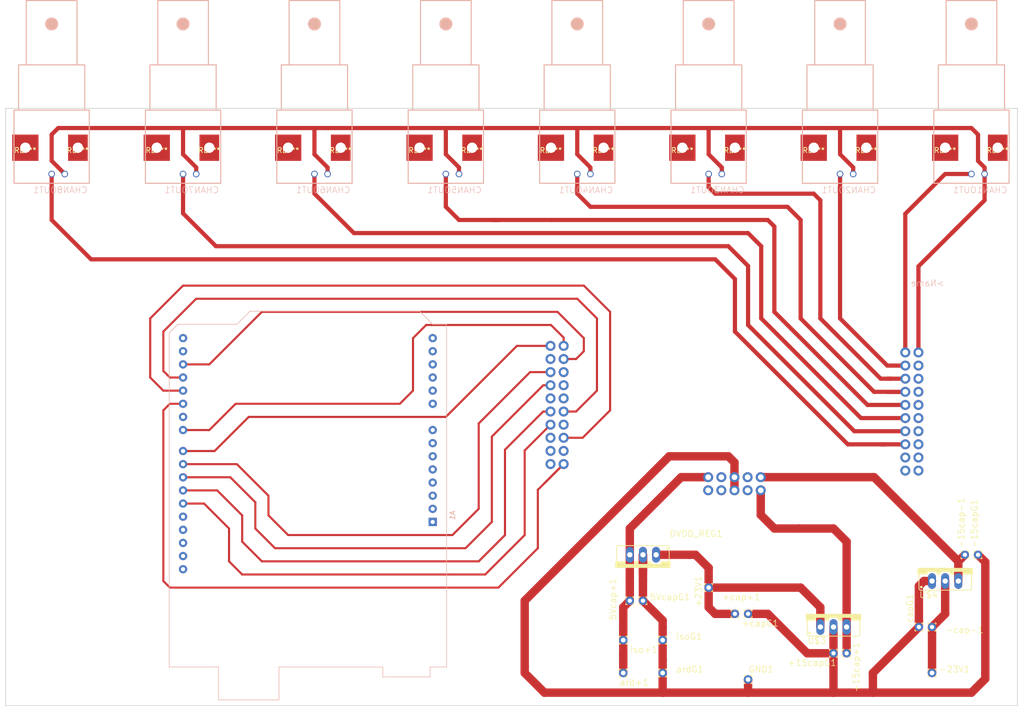
<source format=kicad_pcb>
(kicad_pcb (version 20171130) (host pcbnew "(5.1.0)-1")

  (general
    (thickness 1.6)
    (drawings 4)
    (tracks 261)
    (zones 0)
    (modules 46)
    (nets 67)
  )

  (page A4)
  (layers
    (0 Top signal)
    (31 Bottom signal)
    (32 B.Adhes user)
    (33 F.Adhes user)
    (34 B.Paste user)
    (35 F.Paste user)
    (36 B.SilkS user)
    (37 F.SilkS user)
    (38 B.Mask user)
    (39 F.Mask user)
    (40 Dwgs.User user)
    (41 Cmts.User user)
    (42 Eco1.User user)
    (43 Eco2.User user)
    (44 Edge.Cuts user)
    (45 Margin user)
    (46 B.CrtYd user)
    (47 F.CrtYd user)
    (48 B.Fab user)
    (49 F.Fab user)
  )

  (setup
    (last_trace_width 0.8128)
    (user_trace_width 0.4064)
    (user_trace_width 0.8128)
    (trace_clearance 0.2)
    (zone_clearance 0.508)
    (zone_45_only no)
    (trace_min 0.2)
    (via_size 0.8)
    (via_drill 0.4)
    (via_min_size 0.4)
    (via_min_drill 0.3)
    (uvia_size 0.3)
    (uvia_drill 0.1)
    (uvias_allowed no)
    (uvia_min_size 0.2)
    (uvia_min_drill 0.1)
    (edge_width 0.05)
    (segment_width 0.2)
    (pcb_text_width 0.3)
    (pcb_text_size 1.5 1.5)
    (mod_edge_width 0.12)
    (mod_text_size 1 1)
    (mod_text_width 0.15)
    (pad_size 1.651 1.651)
    (pad_drill 0.889)
    (pad_to_mask_clearance 0.051)
    (solder_mask_min_width 0.25)
    (aux_axis_origin 0 0)
    (visible_elements 7FFFFFFF)
    (pcbplotparams
      (layerselection 0x010fc_ffffffff)
      (usegerberextensions false)
      (usegerberattributes false)
      (usegerberadvancedattributes false)
      (creategerberjobfile false)
      (excludeedgelayer true)
      (linewidth 0.100000)
      (plotframeref false)
      (viasonmask false)
      (mode 1)
      (useauxorigin false)
      (hpglpennumber 1)
      (hpglpenspeed 20)
      (hpglpendiameter 15.000000)
      (psnegative false)
      (psa4output false)
      (plotreference true)
      (plotvalue true)
      (plotinvisibletext false)
      (padsonsilk false)
      (subtractmaskfromsilk false)
      (outputformat 1)
      (mirror false)
      (drillshape 1)
      (scaleselection 1)
      (outputdirectory ""))
  )

  (net 0 "")
  (net 1 "Net-(U$1-PadJ3_20)")
  (net 2 "Net-(U$1-PadJ3_18)")
  (net 3 "Net-(U$1-PadJ3_17)")
  (net 4 "Net-(U$1-PadJ3_16)")
  (net 5 "Net-(U$1-PadJ3_13)")
  (net 6 "Net-(U$1-PadJ3_10)")
  (net 7 "Net-(U$1-PadJ3_9)")
  (net 8 "Net-(U$1-PadJ3_7)")
  (net 9 "Net-(U$1-PadJ3_5)")
  (net 10 "Net-(U$1-PadJ3_4)")
  (net 11 "Net-(U$1-PadJ2_9)")
  (net 12 "Net-(U$1-PadJ2_8)")
  (net 13 "Net-(U$1-PadJ2_7)")
  (net 14 "Net-(U$1-PadJ2_4)")
  (net 15 "Net-(U$1-PadJ2_3)")
  (net 16 "Net-(U$1-PadJ1_20)")
  (net 17 "Net-(U$1-PadJ1_19)")
  (net 18 "Net-(U$1-PadJ1_18)")
  (net 19 "Net-(U$1-PadJ1_17)")
  (net 20 "Net-(CHAN5OUT1-Pad1)")
  (net 21 "Net-(CHAN1OUT1-Pad1)")
  (net 22 "Net-(CHAN1OUT1-Pad2)")
  (net 23 "Net-(A1-Pad16)")
  (net 24 "Net-(A1-Pad15)")
  (net 25 "Net-(A1-Pad30)")
  (net 26 "Net-(A1-Pad14)")
  (net 27 "Net-(A1-Pad29)")
  (net 28 "Net-(A1-Pad13)")
  (net 29 "Net-(A1-Pad28)")
  (net 30 "Net-(A1-Pad12)")
  (net 31 "Net-(A1-Pad27)")
  (net 32 "Net-(A1-Pad11)")
  (net 33 "Net-(A1-Pad26)")
  (net 34 "Net-(A1-Pad10)")
  (net 35 "Net-(A1-Pad25)")
  (net 36 "Net-(A1-Pad9)")
  (net 37 "Net-(A1-Pad24)")
  (net 38 "Net-(A1-Pad8)")
  (net 39 "Net-(A1-Pad23)")
  (net 40 "Net-(A1-Pad7)")
  (net 41 "Net-(A1-Pad22)")
  (net 42 "Net-(A1-Pad6)")
  (net 43 "Net-(A1-Pad21)")
  (net 44 "Net-(A1-Pad5)")
  (net 45 "Net-(A1-Pad20)")
  (net 46 "Net-(A1-Pad4)")
  (net 47 "Net-(A1-Pad19)")
  (net 48 "Net-(A1-Pad3)")
  (net 49 "Net-(A1-Pad18)")
  (net 50 "Net-(A1-Pad2)")
  (net 51 "Net-(A1-Pad17)")
  (net 52 "Net-(A1-Pad1)")
  (net 53 "Net-(A1-Pad31)")
  (net 54 "Net-(A1-Pad32)")
  (net 55 "Net-(CHAN2OUT1-Pad1)")
  (net 56 "Net-(CHAN3OUT1-Pad1)")
  (net 57 "Net-(CHAN4OUT1-Pad1)")
  (net 58 "Net-(CHAN6OUT1-Pad1)")
  (net 59 "Net-(CHAN7OUT1-Pad1)")
  (net 60 "Net-(CHAN8OUT1-Pad1)")
  (net 61 "Net-(+23V1-Pad1)")
  (net 62 "Net-(-23V1-Pad1)")
  (net 63 "Net-(+15cap+1-Pad1)")
  (net 64 "Net-(+15capG1-Pad1)")
  (net 65 "Net-(-15cap-1-Pad1)")
  (net 66 "Net-(5Vcap+1-Pad1)")

  (net_class Default "This is the default net class."
    (clearance 0.2)
    (trace_width 0.25)
    (via_dia 0.8)
    (via_drill 0.4)
    (uvia_dia 0.3)
    (uvia_drill 0.1)
    (add_net "Net-(+15cap+1-Pad1)")
    (add_net "Net-(+15capG1-Pad1)")
    (add_net "Net-(+23V1-Pad1)")
    (add_net "Net-(-15cap-1-Pad1)")
    (add_net "Net-(-23V1-Pad1)")
    (add_net "Net-(5Vcap+1-Pad1)")
    (add_net "Net-(A1-Pad1)")
    (add_net "Net-(A1-Pad10)")
    (add_net "Net-(A1-Pad11)")
    (add_net "Net-(A1-Pad12)")
    (add_net "Net-(A1-Pad13)")
    (add_net "Net-(A1-Pad14)")
    (add_net "Net-(A1-Pad15)")
    (add_net "Net-(A1-Pad16)")
    (add_net "Net-(A1-Pad17)")
    (add_net "Net-(A1-Pad18)")
    (add_net "Net-(A1-Pad19)")
    (add_net "Net-(A1-Pad2)")
    (add_net "Net-(A1-Pad20)")
    (add_net "Net-(A1-Pad21)")
    (add_net "Net-(A1-Pad22)")
    (add_net "Net-(A1-Pad23)")
    (add_net "Net-(A1-Pad24)")
    (add_net "Net-(A1-Pad25)")
    (add_net "Net-(A1-Pad26)")
    (add_net "Net-(A1-Pad27)")
    (add_net "Net-(A1-Pad28)")
    (add_net "Net-(A1-Pad29)")
    (add_net "Net-(A1-Pad3)")
    (add_net "Net-(A1-Pad30)")
    (add_net "Net-(A1-Pad31)")
    (add_net "Net-(A1-Pad32)")
    (add_net "Net-(A1-Pad4)")
    (add_net "Net-(A1-Pad5)")
    (add_net "Net-(A1-Pad6)")
    (add_net "Net-(A1-Pad7)")
    (add_net "Net-(A1-Pad8)")
    (add_net "Net-(A1-Pad9)")
    (add_net "Net-(CHAN1OUT1-Pad1)")
    (add_net "Net-(CHAN1OUT1-Pad2)")
    (add_net "Net-(CHAN2OUT1-Pad1)")
    (add_net "Net-(CHAN3OUT1-Pad1)")
    (add_net "Net-(CHAN4OUT1-Pad1)")
    (add_net "Net-(CHAN5OUT1-Pad1)")
    (add_net "Net-(CHAN6OUT1-Pad1)")
    (add_net "Net-(CHAN7OUT1-Pad1)")
    (add_net "Net-(CHAN8OUT1-Pad1)")
    (add_net "Net-(U$1-PadJ1_17)")
    (add_net "Net-(U$1-PadJ1_18)")
    (add_net "Net-(U$1-PadJ1_19)")
    (add_net "Net-(U$1-PadJ1_20)")
    (add_net "Net-(U$1-PadJ2_3)")
    (add_net "Net-(U$1-PadJ2_4)")
    (add_net "Net-(U$1-PadJ2_7)")
    (add_net "Net-(U$1-PadJ2_8)")
    (add_net "Net-(U$1-PadJ2_9)")
    (add_net "Net-(U$1-PadJ3_10)")
    (add_net "Net-(U$1-PadJ3_13)")
    (add_net "Net-(U$1-PadJ3_16)")
    (add_net "Net-(U$1-PadJ3_17)")
    (add_net "Net-(U$1-PadJ3_18)")
    (add_net "Net-(U$1-PadJ3_20)")
    (add_net "Net-(U$1-PadJ3_4)")
    (add_net "Net-(U$1-PadJ3_5)")
    (add_net "Net-(U$1-PadJ3_7)")
    (add_net "Net-(U$1-PadJ3_9)")
  )

  (module dacBoard:AMP_227161 (layer Bottom) (tedit 0) (tstamp 5D09BD1A)
    (at 156.21 16.51 180)
    (descr "<b>JACK,  RIGHT ANGLE, 50 OHM, PCB, BNC</b><p>\nSource: amp_227161.pdf")
    (path /5D177BAA)
    (fp_text reference CHAN3OUT1 (at -6.985 -8.89) (layer B.SilkS)
      (effects (font (size 1.2065 1.2065) (thickness 0.09652)) (justify left bottom mirror))
    )
    (fp_text value ?2271611- (at -0.635 -8.89) (layer B.Fab)
      (effects (font (size 1.2065 1.2065) (thickness 0.09652)) (justify left bottom mirror))
    )
    (fp_circle (center 0 23.94) (end 0.63 23.94) (layer B.SilkS) (width 1.26))
    (fp_line (start 4.9 28.475) (end 4.9 16.125) (layer B.SilkS) (width 0.2032))
    (fp_line (start -4.9 28.475) (end 4.9 28.475) (layer B.SilkS) (width 0.2032))
    (fp_line (start -4.9 16.15) (end -4.9 28.475) (layer B.SilkS) (width 0.2032))
    (fp_line (start 6.4 16.025) (end 6.4 7.35) (layer B.SilkS) (width 0.2032))
    (fp_line (start -6.4 16.025) (end 6.4 16.025) (layer B.SilkS) (width 0.2032))
    (fp_line (start -6.4 7.375) (end -6.4 16.025) (layer B.SilkS) (width 0.2032))
    (fp_line (start -7.275 7.275) (end -7.275 -6.875) (layer B.SilkS) (width 0.2032))
    (fp_line (start 7.275 7.275) (end -7.275 7.275) (layer B.SilkS) (width 0.2032))
    (fp_line (start 7.275 -6.875) (end 7.275 7.275) (layer B.SilkS) (width 0.2032))
    (fp_line (start -7.275 -6.875) (end 7.275 -6.875) (layer B.SilkS) (width 0.2032))
    (pad "" np_thru_hole circle (at 5.08 0 180) (size 2 2) (drill 2) (layers *.Cu *.Mask))
    (pad "" np_thru_hole circle (at -5.08 0 180) (size 2 2) (drill 2) (layers *.Cu *.Mask))
    (pad 2 thru_hole circle (at -2.54 -5.08 180) (size 1.27 1.27) (drill 0.9) (layers *.Cu *.Mask)
      (net 22 "Net-(CHAN1OUT1-Pad2)") (solder_mask_margin 0.1016))
    (pad 1 thru_hole circle (at 0 -5.08 180) (size 1.27 1.27) (drill 0.9) (layers *.Cu *.Mask)
      (net 56 "Net-(CHAN3OUT1-Pad1)") (solder_mask_margin 0.1016))
  )

  (module randomfootprints:custompuad2 (layer Top) (tedit 5D0BE152) (tstamp 5D0C382C)
    (at 212.09 16.51)
    (fp_text reference REF** (at 0 0.5) (layer F.SilkS)
      (effects (font (size 1 1) (thickness 0.15)))
    )
    (fp_text value custompuad2 (at 0 -0.5) (layer F.Fab)
      (effects (font (size 1 1) (thickness 0.15)))
    )
    (pad 1 smd rect (at 0 0) (size 3.81 5.08) (layers Top F.Paste F.Mask))
  )

  (module randomfootprints:custompuad2 (layer Top) (tedit 5D0BE152) (tstamp 5D0C3824)
    (at 186.69 16.51)
    (fp_text reference REF** (at 0 0.5) (layer F.SilkS)
      (effects (font (size 1 1) (thickness 0.15)))
    )
    (fp_text value custompuad2 (at 0 -0.5) (layer F.Fab)
      (effects (font (size 1 1) (thickness 0.15)))
    )
    (pad 1 smd rect (at 0 0) (size 3.81 5.08) (layers Top F.Paste F.Mask))
  )

  (module randomfootprints:custompuad2 (layer Top) (tedit 5D0BE152) (tstamp 5D0C381C)
    (at 161.29 16.51)
    (fp_text reference REF** (at 0 0.5) (layer F.SilkS)
      (effects (font (size 1 1) (thickness 0.15)))
    )
    (fp_text value custompuad2 (at 0 -0.5) (layer F.Fab)
      (effects (font (size 1 1) (thickness 0.15)))
    )
    (pad 1 smd rect (at 0 0) (size 3.81 5.08) (layers Top F.Paste F.Mask))
  )

  (module randomfootprints:custompuad2 (layer Top) (tedit 5D0BE152) (tstamp 5D0C3814)
    (at 135.89 16.51)
    (fp_text reference REF** (at 0 0.5) (layer F.SilkS)
      (effects (font (size 1 1) (thickness 0.15)))
    )
    (fp_text value custompuad2 (at 0 -0.5) (layer F.Fab)
      (effects (font (size 1 1) (thickness 0.15)))
    )
    (pad 1 smd rect (at 0 0) (size 3.81 5.08) (layers Top F.Paste F.Mask))
  )

  (module randomfootprints:custompuad2 (layer Top) (tedit 5D0BE152) (tstamp 5D0C380C)
    (at 110.49 16.51)
    (fp_text reference REF** (at 0 0.5) (layer F.SilkS)
      (effects (font (size 1 1) (thickness 0.15)))
    )
    (fp_text value custompuad2 (at 0 -0.5) (layer F.Fab)
      (effects (font (size 1 1) (thickness 0.15)))
    )
    (pad 1 smd rect (at 0 0) (size 3.81 5.08) (layers Top F.Paste F.Mask))
  )

  (module randomfootprints:custompuad2 (layer Top) (tedit 5D0BE152) (tstamp 5D0C3804)
    (at 85.09 16.51)
    (fp_text reference REF** (at 0 0.5) (layer F.SilkS)
      (effects (font (size 1 1) (thickness 0.15)))
    )
    (fp_text value custompuad2 (at 0 -0.5) (layer F.Fab)
      (effects (font (size 1 1) (thickness 0.15)))
    )
    (pad 1 smd rect (at 0 0) (size 3.81 5.08) (layers Top F.Paste F.Mask))
  )

  (module randomfootprints:custompuad2 (layer Top) (tedit 5D0BE152) (tstamp 5D0C37FC)
    (at 59.69 16.51)
    (fp_text reference REF** (at 0 0.5) (layer F.SilkS)
      (effects (font (size 1 1) (thickness 0.15)))
    )
    (fp_text value custompuad2 (at 0 -0.5) (layer F.Fab)
      (effects (font (size 1 1) (thickness 0.15)))
    )
    (pad 1 smd rect (at 0 0) (size 3.81 5.08) (layers Top F.Paste F.Mask))
  )

  (module randomfootprints:custompuad2 (layer Top) (tedit 5D0BE152) (tstamp 5D0C37E5)
    (at 34.29 16.51)
    (fp_text reference REF** (at 0 0.5) (layer F.SilkS)
      (effects (font (size 1 1) (thickness 0.15)))
    )
    (fp_text value custompuad2 (at 0 -0.5) (layer F.Fab)
      (effects (font (size 1 1) (thickness 0.15)))
    )
    (pad 1 smd rect (at 0 0) (size 3.81 5.08) (layers Top F.Paste F.Mask))
  )

  (module randomfootprints:custompad1 (layer Top) (tedit 5D0BE0C0) (tstamp 5D0C3635)
    (at 24.13 16.51)
    (fp_text reference REF** (at 0 0.5) (layer F.SilkS)
      (effects (font (size 1 1) (thickness 0.15)))
    )
    (fp_text value custompad1 (at 0 -0.5) (layer F.Fab)
      (effects (font (size 1 1) (thickness 0.15)))
    )
    (pad 1 smd rect (at 0 0) (size 5.08 5.08) (layers Top F.Paste F.Mask))
  )

  (module randomfootprints:custompad1 (layer Top) (tedit 5D0BE0C0) (tstamp 5D0C362D)
    (at 49.53 16.51)
    (fp_text reference REF** (at 0 0.5) (layer F.SilkS)
      (effects (font (size 1 1) (thickness 0.15)))
    )
    (fp_text value custompad1 (at 0 -0.5) (layer F.Fab)
      (effects (font (size 1 1) (thickness 0.15)))
    )
    (pad 1 smd rect (at 0 0) (size 5.08 5.08) (layers Top F.Paste F.Mask))
  )

  (module randomfootprints:custompad1 (layer Top) (tedit 5D0BE0C0) (tstamp 5D0C3625)
    (at 74.93 16.51)
    (fp_text reference REF** (at 0 0.5) (layer F.SilkS)
      (effects (font (size 1 1) (thickness 0.15)))
    )
    (fp_text value custompad1 (at 0 -0.5) (layer F.Fab)
      (effects (font (size 1 1) (thickness 0.15)))
    )
    (pad 1 smd rect (at 0 0) (size 5.08 5.08) (layers Top F.Paste F.Mask))
  )

  (module randomfootprints:custompad1 (layer Top) (tedit 5D0BE0C0) (tstamp 5D0C361D)
    (at 100.33 16.51)
    (fp_text reference REF** (at 0 0.5) (layer F.SilkS)
      (effects (font (size 1 1) (thickness 0.15)))
    )
    (fp_text value custompad1 (at 0 -0.5) (layer F.Fab)
      (effects (font (size 1 1) (thickness 0.15)))
    )
    (pad 1 smd rect (at 0 0) (size 5.08 5.08) (layers Top F.Paste F.Mask))
  )

  (module randomfootprints:custompad1 (layer Top) (tedit 5D0BE0C0) (tstamp 5D0C3615)
    (at 125.73 16.51)
    (fp_text reference REF** (at 0 0.5) (layer F.SilkS)
      (effects (font (size 1 1) (thickness 0.15)))
    )
    (fp_text value custompad1 (at 0 -0.5) (layer F.Fab)
      (effects (font (size 1 1) (thickness 0.15)))
    )
    (pad 1 smd rect (at 0 0) (size 5.08 5.08) (layers Top F.Paste F.Mask))
  )

  (module randomfootprints:custompad1 (layer Top) (tedit 5D0BE0C0) (tstamp 5D0C3603)
    (at 151.13 16.51)
    (fp_text reference REF** (at 0 0.5) (layer F.SilkS)
      (effects (font (size 1 1) (thickness 0.15)))
    )
    (fp_text value custompad1 (at 0 -0.5) (layer F.Fab)
      (effects (font (size 1 1) (thickness 0.15)))
    )
    (pad 1 smd rect (at 0 0) (size 5.08 5.08) (layers Top F.Paste F.Mask))
  )

  (module randomfootprints:custompad1 (layer Top) (tedit 5D0BE0C0) (tstamp 5D0C35FB)
    (at 176.53 16.51)
    (fp_text reference REF** (at 0 0.5) (layer F.SilkS)
      (effects (font (size 1 1) (thickness 0.15)))
    )
    (fp_text value custompad1 (at 0 -0.5) (layer F.Fab)
      (effects (font (size 1 1) (thickness 0.15)))
    )
    (pad 1 smd rect (at 0 0) (size 5.08 5.08) (layers Top F.Paste F.Mask))
  )

  (module dacBoard:AMP_227161 (layer Bottom) (tedit 0) (tstamp 5D09CD25)
    (at 207.01 16.51 180)
    (descr "<b>JACK,  RIGHT ANGLE, 50 OHM, PCB, BNC</b><p>\nSource: amp_227161.pdf")
    (path /2B0ED9FD)
    (fp_text reference CHAN1OUT1 (at -6.985 -8.89) (layer B.SilkS)
      (effects (font (size 1.2065 1.2065) (thickness 0.09652)) (justify left bottom mirror))
    )
    (fp_text value ?2271611- (at -0.635 -8.89) (layer B.Fab)
      (effects (font (size 1.2065 1.2065) (thickness 0.09652)) (justify left bottom mirror))
    )
    (fp_circle (center 0 23.94) (end 0.63 23.94) (layer B.SilkS) (width 1.26))
    (fp_line (start 4.9 28.475) (end 4.9 16.125) (layer B.SilkS) (width 0.2032))
    (fp_line (start -4.9 28.475) (end 4.9 28.475) (layer B.SilkS) (width 0.2032))
    (fp_line (start -4.9 16.15) (end -4.9 28.475) (layer B.SilkS) (width 0.2032))
    (fp_line (start 6.4 16.025) (end 6.4 7.35) (layer B.SilkS) (width 0.2032))
    (fp_line (start -6.4 16.025) (end 6.4 16.025) (layer B.SilkS) (width 0.2032))
    (fp_line (start -6.4 7.375) (end -6.4 16.025) (layer B.SilkS) (width 0.2032))
    (fp_line (start -7.275 7.275) (end -7.275 -6.875) (layer B.SilkS) (width 0.2032))
    (fp_line (start 7.275 7.275) (end -7.275 7.275) (layer B.SilkS) (width 0.2032))
    (fp_line (start 7.275 -6.875) (end 7.275 7.275) (layer B.SilkS) (width 0.2032))
    (fp_line (start -7.275 -6.875) (end 7.275 -6.875) (layer B.SilkS) (width 0.2032))
    (pad "" np_thru_hole circle (at 5.08 0 180) (size 2 2) (drill 2) (layers *.Cu *.Mask))
    (pad "" np_thru_hole circle (at -5.08 0 180) (size 2 2) (drill 2) (layers *.Cu *.Mask))
    (pad 2 thru_hole circle (at -2.54 -5.08 180) (size 1.27 1.27) (drill 0.9) (layers *.Cu *.Mask)
      (net 22 "Net-(CHAN1OUT1-Pad2)") (solder_mask_margin 0.1016))
    (pad 1 thru_hole circle (at 0 -5.08 180) (size 1.27 1.27) (drill 0.9) (layers *.Cu *.Mask)
      (net 21 "Net-(CHAN1OUT1-Pad1)") (solder_mask_margin 0.1016))
  )

  (module randomfootprints:custompad1 (layer Top) (tedit 5D0BE0C0) (tstamp 5D0C35CA)
    (at 201.93 16.51)
    (fp_text reference REF** (at 0 0.5) (layer F.SilkS)
      (effects (font (size 1 1) (thickness 0.15)))
    )
    (fp_text value custompad1 (at 0 -0.5) (layer F.Fab)
      (effects (font (size 1 1) (thickness 0.15)))
    )
    (pad 1 smd rect (at 0 0) (size 5.08 5.08) (layers Top F.Paste F.Mask))
  )

  (module dacBoard:TO220S (layer Top) (tedit 0) (tstamp 5D0AE1C7)
    (at 143.51 97.79 180)
    (descr "<b>VOLTAGE REGULATOR</b>")
    (path /6C5089F2)
    (fp_text reference DVDD_REG1 (at -5.08 5.9182 180) (layer F.SilkS)
      (effects (font (size 1.2065 1.2065) (thickness 0.127)) (justify left bottom))
    )
    (fp_text value LT1084CT (at -5.08 7.62 180) (layer F.Fab)
      (effects (font (size 1.2065 1.2065) (thickness 0.127)) (justify left bottom))
    )
    (fp_poly (pts (xy 1.651 1.27) (xy 3.429 1.27) (xy 3.429 0.762) (xy 1.651 0.762)) (layer F.Fab) (width 0))
    (fp_poly (pts (xy -0.889 1.27) (xy 0.889 1.27) (xy 0.889 0.762) (xy -0.889 0.762)) (layer F.Fab) (width 0))
    (fp_poly (pts (xy -3.429 1.27) (xy -1.651 1.27) (xy -1.651 0.762) (xy -3.429 0.762)) (layer F.Fab) (width 0))
    (fp_poly (pts (xy 3.429 1.27) (xy 5.334 1.27) (xy 5.334 0) (xy 3.429 0)) (layer F.SilkS) (width 0))
    (fp_poly (pts (xy 1.651 0.762) (xy 3.429 0.762) (xy 3.429 0) (xy 1.651 0)) (layer F.SilkS) (width 0))
    (fp_poly (pts (xy 0.889 1.27) (xy 1.651 1.27) (xy 1.651 0) (xy 0.889 0)) (layer F.SilkS) (width 0))
    (fp_poly (pts (xy -0.889 0.762) (xy 0.889 0.762) (xy 0.889 0) (xy -0.889 0)) (layer F.SilkS) (width 0))
    (fp_poly (pts (xy -1.651 1.27) (xy -0.889 1.27) (xy -0.889 0) (xy -1.651 0)) (layer F.SilkS) (width 0))
    (fp_poly (pts (xy -3.429 0.762) (xy -1.651 0.762) (xy -1.651 0) (xy -3.429 0)) (layer F.SilkS) (width 0))
    (fp_poly (pts (xy -5.334 1.27) (xy -3.429 1.27) (xy -3.429 0) (xy -5.334 0)) (layer F.SilkS) (width 0))
    (fp_text user 3 (at 1.905 3.81 180) (layer F.Fab)
      (effects (font (size 1.2065 1.2065) (thickness 0.127)) (justify left bottom))
    )
    (fp_text user 2 (at -0.635 3.81 180) (layer F.Fab)
      (effects (font (size 1.2065 1.2065) (thickness 0.127)) (justify left bottom))
    )
    (fp_text user 1 (at -3.175 3.81 180) (layer F.Fab)
      (effects (font (size 1.2065 1.2065) (thickness 0.127)) (justify left bottom))
    )
    (fp_circle (center -4.6228 3.7084) (end -4.4958 3.7084) (layer F.SilkS) (width 0.254))
    (fp_line (start -5.08 4.064) (end -5.08 1.143) (layer F.SilkS) (width 0.1524))
    (fp_line (start 5.08 1.143) (end 5.08 4.064) (layer F.SilkS) (width 0.1524))
    (fp_line (start -5.08 4.064) (end -4.826 4.318) (layer F.SilkS) (width 0.1524))
    (fp_line (start 4.826 4.318) (end -4.826 4.318) (layer F.SilkS) (width 0.1524))
    (fp_line (start 4.826 4.318) (end 5.08 4.064) (layer F.SilkS) (width 0.1524))
    (pad 3 thru_hole oval (at 2.54 2.54 270) (size 3.048 1.524) (drill 1.016) (layers *.Cu *.Mask)
      (net 66 "Net-(5Vcap+1-Pad1)") (solder_mask_margin 0.1016))
    (pad 2 thru_hole oval (at 0 2.54 270) (size 3.048 1.524) (drill 1.016) (layers *.Cu *.Mask)
      (net 64 "Net-(+15capG1-Pad1)") (solder_mask_margin 0.1016))
    (pad 1 thru_hole oval (at -2.54 2.54 270) (size 3.048 1.524) (drill 1.016) (layers *.Cu *.Mask)
      (net 61 "Net-(+23V1-Pad1)") (solder_mask_margin 0.1016))
  )

  (module dacBoard:1,6_0,8 (layer Top) (tedit 0) (tstamp 5D0AB343)
    (at 196.85 109.22 90)
    (descr "<b>THROUGH-HOLE PAD</b>")
    (path /6CB106E6)
    (fp_text reference -capG1 (at -0.762 -1.016 90) (layer F.SilkS)
      (effects (font (size 1.2065 1.2065) (thickness 0.127)) (justify left bottom))
    )
    (fp_text value 1,6_0,8 (at 0 -0.6 90) (layer F.Fab)
      (effects (font (size 0.02413 0.02413) (thickness 0.002032)) (justify left bottom))
    )
    (fp_circle (center 0 0) (end 0.635 0) (layer F.Fab) (width 0.1524))
    (fp_line (start -0.762 0.762) (end -0.762 0.508) (layer F.SilkS) (width 0.1524))
    (fp_line (start -0.508 0.762) (end -0.762 0.762) (layer F.SilkS) (width 0.1524))
    (fp_line (start 0.762 0.762) (end 0.508 0.762) (layer F.SilkS) (width 0.1524))
    (fp_line (start 0.762 0.508) (end 0.762 0.762) (layer F.SilkS) (width 0.1524))
    (fp_line (start 0.762 -0.762) (end 0.508 -0.762) (layer F.SilkS) (width 0.1524))
    (fp_line (start 0.762 -0.762) (end 0.762 -0.508) (layer F.SilkS) (width 0.1524))
    (fp_line (start -0.762 -0.762) (end -0.762 -0.508) (layer F.SilkS) (width 0.1524))
    (fp_line (start -0.762 -0.762) (end -0.508 -0.762) (layer F.SilkS) (width 0.1524))
    (pad 1 thru_hole circle (at 0 0 90) (size 1.6002 1.6002) (drill 0.8128) (layers *.Cu *.Mask)
      (net 64 "Net-(+15capG1-Pad1)") (solder_mask_margin 0.1016))
  )

  (module dacBoard:1,6_0,8 (layer Top) (tedit 0) (tstamp 5D0AB335)
    (at 199.39 109.22)
    (descr "<b>THROUGH-HOLE PAD</b>")
    (path /26318524)
    (fp_text reference -cap-1 (at 2.54 1.27) (layer F.SilkS)
      (effects (font (size 1.2065 1.2065) (thickness 0.127)) (justify left bottom))
    )
    (fp_text value 1,6_0,8 (at 0 -0.6) (layer F.Fab)
      (effects (font (size 0.02413 0.02413) (thickness 0.002032)) (justify left bottom))
    )
    (fp_circle (center 0 0) (end 0.635 0) (layer F.Fab) (width 0.1524))
    (fp_line (start -0.762 0.762) (end -0.762 0.508) (layer F.SilkS) (width 0.1524))
    (fp_line (start -0.508 0.762) (end -0.762 0.762) (layer F.SilkS) (width 0.1524))
    (fp_line (start 0.762 0.762) (end 0.508 0.762) (layer F.SilkS) (width 0.1524))
    (fp_line (start 0.762 0.508) (end 0.762 0.762) (layer F.SilkS) (width 0.1524))
    (fp_line (start 0.762 -0.762) (end 0.508 -0.762) (layer F.SilkS) (width 0.1524))
    (fp_line (start 0.762 -0.762) (end 0.762 -0.508) (layer F.SilkS) (width 0.1524))
    (fp_line (start -0.762 -0.762) (end -0.762 -0.508) (layer F.SilkS) (width 0.1524))
    (fp_line (start -0.762 -0.762) (end -0.508 -0.762) (layer F.SilkS) (width 0.1524))
    (pad 1 thru_hole circle (at 0 0) (size 1.6002 1.6002) (drill 0.8128) (layers *.Cu *.Mask)
      (net 62 "Net-(-23V1-Pad1)") (solder_mask_margin 0.1016))
  )

  (module dacBoard:1,6_0,8 (layer Top) (tedit 0) (tstamp 5D0AB298)
    (at 180.34 114.3)
    (descr "<b>THROUGH-HOLE PAD</b>")
    (path /69FEE9F2)
    (fp_text reference +15capG1 (at -8.89 2.54) (layer F.SilkS)
      (effects (font (size 1.2065 1.2065) (thickness 0.127)) (justify left bottom))
    )
    (fp_text value 1,6_0,8 (at 0 -0.6) (layer F.Fab)
      (effects (font (size 0.02413 0.02413) (thickness 0.002032)) (justify left bottom))
    )
    (fp_circle (center 0 0) (end 0.635 0) (layer F.Fab) (width 0.1524))
    (fp_line (start -0.762 0.762) (end -0.762 0.508) (layer F.SilkS) (width 0.1524))
    (fp_line (start -0.508 0.762) (end -0.762 0.762) (layer F.SilkS) (width 0.1524))
    (fp_line (start 0.762 0.762) (end 0.508 0.762) (layer F.SilkS) (width 0.1524))
    (fp_line (start 0.762 0.508) (end 0.762 0.762) (layer F.SilkS) (width 0.1524))
    (fp_line (start 0.762 -0.762) (end 0.508 -0.762) (layer F.SilkS) (width 0.1524))
    (fp_line (start 0.762 -0.762) (end 0.762 -0.508) (layer F.SilkS) (width 0.1524))
    (fp_line (start -0.762 -0.762) (end -0.762 -0.508) (layer F.SilkS) (width 0.1524))
    (fp_line (start -0.762 -0.762) (end -0.508 -0.762) (layer F.SilkS) (width 0.1524))
    (pad 1 thru_hole circle (at 0 0) (size 1.6002 1.6002) (drill 0.8128) (layers *.Cu *.Mask)
      (net 64 "Net-(+15capG1-Pad1)") (solder_mask_margin 0.1016))
  )

  (module dacBoard:1,6_0,8 (layer Top) (tedit 5D0BBEB2) (tstamp 5D0AA5AE)
    (at 163.83 119.38)
    (descr "<b>THROUGH-HOLE PAD</b>")
    (path /5D27C0FB)
    (fp_text reference GND1 (at 0 -1.27) (layer F.SilkS)
      (effects (font (size 1.2065 1.2065) (thickness 0.127)) (justify left bottom))
    )
    (fp_text value 1,6_0,8 (at 0 -0.6) (layer F.Fab)
      (effects (font (size 0.02413 0.02413) (thickness 0.002032)) (justify left bottom))
    )
    (fp_circle (center 0 0) (end 0.635 0) (layer F.Fab) (width 0.1524))
    (fp_line (start -0.762 0.762) (end -0.762 0.508) (layer F.SilkS) (width 0.1524))
    (fp_line (start -0.508 0.762) (end -0.762 0.762) (layer F.SilkS) (width 0.1524))
    (fp_line (start 0.762 0.762) (end 0.508 0.762) (layer F.SilkS) (width 0.1524))
    (fp_line (start 0.762 0.508) (end 0.762 0.762) (layer F.SilkS) (width 0.1524))
    (fp_line (start 0.762 -0.762) (end 0.508 -0.762) (layer F.SilkS) (width 0.1524))
    (fp_line (start 0.762 -0.762) (end 0.762 -0.508) (layer F.SilkS) (width 0.1524))
    (fp_line (start -0.762 -0.762) (end -0.762 -0.508) (layer F.SilkS) (width 0.1524))
    (fp_line (start -0.762 -0.762) (end -0.508 -0.762) (layer F.SilkS) (width 0.1524))
    (pad 1 thru_hole circle (at 0 0) (size 1.651 1.651) (drill 0.889) (layers *.Cu *.Mask)
      (net 64 "Net-(+15capG1-Pad1)") (solder_mask_margin 0.1016))
  )

  (module dacBoard:1,6_0,8 (layer Top) (tedit 0) (tstamp 5D0AA36C)
    (at 143.51 104.14 180)
    (descr "<b>THROUGH-HOLE PAD</b>")
    (path /2256D15B)
    (fp_text reference 5VcapG1 (at -1.27 0 180) (layer F.SilkS)
      (effects (font (size 1.2065 1.2065) (thickness 0.127)) (justify left bottom))
    )
    (fp_text value 1,6_0,8 (at 0 -0.6 180) (layer F.Fab)
      (effects (font (size 0.02413 0.02413) (thickness 0.002032)) (justify left bottom))
    )
    (fp_circle (center 0 0) (end 0.635 0) (layer F.Fab) (width 0.1524))
    (fp_line (start -0.762 0.762) (end -0.762 0.508) (layer F.SilkS) (width 0.1524))
    (fp_line (start -0.508 0.762) (end -0.762 0.762) (layer F.SilkS) (width 0.1524))
    (fp_line (start 0.762 0.762) (end 0.508 0.762) (layer F.SilkS) (width 0.1524))
    (fp_line (start 0.762 0.508) (end 0.762 0.762) (layer F.SilkS) (width 0.1524))
    (fp_line (start 0.762 -0.762) (end 0.508 -0.762) (layer F.SilkS) (width 0.1524))
    (fp_line (start 0.762 -0.762) (end 0.762 -0.508) (layer F.SilkS) (width 0.1524))
    (fp_line (start -0.762 -0.762) (end -0.762 -0.508) (layer F.SilkS) (width 0.1524))
    (fp_line (start -0.762 -0.762) (end -0.508 -0.762) (layer F.SilkS) (width 0.1524))
    (pad 1 thru_hole circle (at 0 0 180) (size 1.6002 1.6002) (drill 0.8128) (layers *.Cu *.Mask)
      (net 64 "Net-(+15capG1-Pad1)") (solder_mask_margin 0.1016))
  )

  (module dacBoard:1,6_0,8 (layer Top) (tedit 0) (tstamp 5D0AA35E)
    (at 140.97 104.14)
    (descr "<b>THROUGH-HOLE PAD</b>")
    (path /9A22E34B)
    (fp_text reference 5Vcap+1 (at -2.54 3.81 90) (layer F.SilkS)
      (effects (font (size 1.2065 1.2065) (thickness 0.127)) (justify left bottom))
    )
    (fp_text value 1,6_0,8 (at 0 -0.6) (layer F.Fab)
      (effects (font (size 0.02413 0.02413) (thickness 0.002032)) (justify left bottom))
    )
    (fp_circle (center 0 0) (end 0.635 0) (layer F.Fab) (width 0.1524))
    (fp_line (start -0.762 0.762) (end -0.762 0.508) (layer F.SilkS) (width 0.1524))
    (fp_line (start -0.508 0.762) (end -0.762 0.762) (layer F.SilkS) (width 0.1524))
    (fp_line (start 0.762 0.762) (end 0.508 0.762) (layer F.SilkS) (width 0.1524))
    (fp_line (start 0.762 0.508) (end 0.762 0.762) (layer F.SilkS) (width 0.1524))
    (fp_line (start 0.762 -0.762) (end 0.508 -0.762) (layer F.SilkS) (width 0.1524))
    (fp_line (start 0.762 -0.762) (end 0.762 -0.508) (layer F.SilkS) (width 0.1524))
    (fp_line (start -0.762 -0.762) (end -0.762 -0.508) (layer F.SilkS) (width 0.1524))
    (fp_line (start -0.762 -0.762) (end -0.508 -0.762) (layer F.SilkS) (width 0.1524))
    (pad 1 thru_hole circle (at 0 0) (size 1.6002 1.6002) (drill 0.8128) (layers *.Cu *.Mask)
      (net 66 "Net-(5Vcap+1-Pad1)") (solder_mask_margin 0.1016))
  )

  (module dacBoard:1,6_0,8 (layer Top) (tedit 5D0BBEBE) (tstamp 5D0AA2E8)
    (at 199.39 118.11)
    (descr "<b>THROUGH-HOLE PAD</b>")
    (path /5D27C64A)
    (fp_text reference -23V1 (at 1.27 0) (layer F.SilkS)
      (effects (font (size 1.2065 1.2065) (thickness 0.127)) (justify left bottom))
    )
    (fp_text value 1,6_0,8 (at 0 -0.6) (layer F.Fab)
      (effects (font (size 0.02413 0.02413) (thickness 0.002032)) (justify left bottom))
    )
    (fp_circle (center 0 0) (end 0.635 0) (layer F.Fab) (width 0.1524))
    (fp_line (start -0.762 0.762) (end -0.762 0.508) (layer F.SilkS) (width 0.1524))
    (fp_line (start -0.508 0.762) (end -0.762 0.762) (layer F.SilkS) (width 0.1524))
    (fp_line (start 0.762 0.762) (end 0.508 0.762) (layer F.SilkS) (width 0.1524))
    (fp_line (start 0.762 0.508) (end 0.762 0.762) (layer F.SilkS) (width 0.1524))
    (fp_line (start 0.762 -0.762) (end 0.508 -0.762) (layer F.SilkS) (width 0.1524))
    (fp_line (start 0.762 -0.762) (end 0.762 -0.508) (layer F.SilkS) (width 0.1524))
    (fp_line (start -0.762 -0.762) (end -0.762 -0.508) (layer F.SilkS) (width 0.1524))
    (fp_line (start -0.762 -0.762) (end -0.508 -0.762) (layer F.SilkS) (width 0.1524))
    (pad 1 thru_hole circle (at 0 0) (size 1.651 1.651) (drill 0.889) (layers *.Cu *.Mask)
      (net 62 "Net-(-23V1-Pad1)") (solder_mask_margin 0.1016))
  )

  (module dacBoard:1,6_0,8 (layer Top) (tedit 0) (tstamp 5D0AA2DA)
    (at 208.28 95.25 180)
    (descr "<b>THROUGH-HOLE PAD</b>")
    (path /783DD497)
    (fp_text reference -15capG1 (at 0 1.27 270) (layer F.SilkS)
      (effects (font (size 1.2065 1.2065) (thickness 0.127)) (justify left bottom))
    )
    (fp_text value 1,6_0,8 (at 0 -0.6 180) (layer F.Fab)
      (effects (font (size 0.02413 0.02413) (thickness 0.002032)) (justify left bottom))
    )
    (fp_circle (center 0 0) (end 0.635 0) (layer F.Fab) (width 0.1524))
    (fp_line (start -0.762 0.762) (end -0.762 0.508) (layer F.SilkS) (width 0.1524))
    (fp_line (start -0.508 0.762) (end -0.762 0.762) (layer F.SilkS) (width 0.1524))
    (fp_line (start 0.762 0.762) (end 0.508 0.762) (layer F.SilkS) (width 0.1524))
    (fp_line (start 0.762 0.508) (end 0.762 0.762) (layer F.SilkS) (width 0.1524))
    (fp_line (start 0.762 -0.762) (end 0.508 -0.762) (layer F.SilkS) (width 0.1524))
    (fp_line (start 0.762 -0.762) (end 0.762 -0.508) (layer F.SilkS) (width 0.1524))
    (fp_line (start -0.762 -0.762) (end -0.762 -0.508) (layer F.SilkS) (width 0.1524))
    (fp_line (start -0.762 -0.762) (end -0.508 -0.762) (layer F.SilkS) (width 0.1524))
    (pad 1 thru_hole circle (at 0 0 180) (size 1.6002 1.6002) (drill 0.8128) (layers *.Cu *.Mask)
      (net 64 "Net-(+15capG1-Pad1)") (solder_mask_margin 0.1016))
  )

  (module dacBoard:1,6_0,8 (layer Top) (tedit 5D0BBDB3) (tstamp 5D0AA298)
    (at 156.21 101.6)
    (descr "<b>THROUGH-HOLE PAD</b>")
    (path /5D27B0FE)
    (fp_text reference +23V1 (at -1.27 3.81 90) (layer F.SilkS)
      (effects (font (size 1.2065 1.2065) (thickness 0.127)) (justify left bottom))
    )
    (fp_text value 1,6_0,8 (at 0 -0.6) (layer F.Fab)
      (effects (font (size 0.02413 0.02413) (thickness 0.002032)) (justify left bottom))
    )
    (fp_circle (center 0 0) (end 0.635 0) (layer F.Fab) (width 0.1524))
    (fp_line (start -0.762 0.762) (end -0.762 0.508) (layer F.SilkS) (width 0.1524))
    (fp_line (start -0.508 0.762) (end -0.762 0.762) (layer F.SilkS) (width 0.1524))
    (fp_line (start 0.762 0.762) (end 0.508 0.762) (layer F.SilkS) (width 0.1524))
    (fp_line (start 0.762 0.508) (end 0.762 0.762) (layer F.SilkS) (width 0.1524))
    (fp_line (start 0.762 -0.762) (end 0.508 -0.762) (layer F.SilkS) (width 0.1524))
    (fp_line (start 0.762 -0.762) (end 0.762 -0.508) (layer F.SilkS) (width 0.1524))
    (fp_line (start -0.762 -0.762) (end -0.762 -0.508) (layer F.SilkS) (width 0.1524))
    (fp_line (start -0.762 -0.762) (end -0.508 -0.762) (layer F.SilkS) (width 0.1524))
    (pad 1 thru_hole circle (at 0 0) (size 1.651 1.651) (drill 0.889) (layers *.Cu *.Mask)
      (net 61 "Net-(+23V1-Pad1)") (solder_mask_margin 0.1016))
  )

  (module dacBoard:1,6_0,8 (layer Top) (tedit 0) (tstamp 5D0AA270)
    (at 182.88 114.3 180)
    (descr "<b>THROUGH-HOLE PAD</b>")
    (path /94FEA57A)
    (fp_text reference +15cap+1 (at -2.54 -7.62 270) (layer F.SilkS)
      (effects (font (size 1.2065 1.2065) (thickness 0.127)) (justify left bottom))
    )
    (fp_text value 1,6_0,8 (at 0 -0.6 180) (layer F.Fab)
      (effects (font (size 0.02413 0.02413) (thickness 0.002032)) (justify left bottom))
    )
    (fp_circle (center 0 0) (end 0.635 0) (layer F.Fab) (width 0.1524))
    (fp_line (start -0.762 0.762) (end -0.762 0.508) (layer F.SilkS) (width 0.1524))
    (fp_line (start -0.508 0.762) (end -0.762 0.762) (layer F.SilkS) (width 0.1524))
    (fp_line (start 0.762 0.762) (end 0.508 0.762) (layer F.SilkS) (width 0.1524))
    (fp_line (start 0.762 0.508) (end 0.762 0.762) (layer F.SilkS) (width 0.1524))
    (fp_line (start 0.762 -0.762) (end 0.508 -0.762) (layer F.SilkS) (width 0.1524))
    (fp_line (start 0.762 -0.762) (end 0.762 -0.508) (layer F.SilkS) (width 0.1524))
    (fp_line (start -0.762 -0.762) (end -0.762 -0.508) (layer F.SilkS) (width 0.1524))
    (fp_line (start -0.762 -0.762) (end -0.508 -0.762) (layer F.SilkS) (width 0.1524))
    (pad 1 thru_hole circle (at 0 0 180) (size 1.6002 1.6002) (drill 0.8128) (layers *.Cu *.Mask)
      (net 63 "Net-(+15cap+1-Pad1)") (solder_mask_margin 0.1016))
  )

  (module dacBoard:1,6_0,8 (layer Top) (tedit 0) (tstamp 5D0A9B97)
    (at 163.83 106.68 180)
    (descr "<b>THROUGH-HOLE PAD</b>")
    (path /5D38F8FE)
    (fp_text reference +capG1 (at 1.27 -2.54 180) (layer F.SilkS)
      (effects (font (size 1.2065 1.2065) (thickness 0.127)) (justify left bottom))
    )
    (fp_text value +capG (at 0 -0.6 180) (layer F.Fab)
      (effects (font (size 0.02413 0.02413) (thickness 0.002032)) (justify left bottom))
    )
    (fp_circle (center 0 0) (end 0.635 0) (layer F.Fab) (width 0.1524))
    (fp_line (start -0.762 0.762) (end -0.762 0.508) (layer F.SilkS) (width 0.1524))
    (fp_line (start -0.508 0.762) (end -0.762 0.762) (layer F.SilkS) (width 0.1524))
    (fp_line (start 0.762 0.762) (end 0.508 0.762) (layer F.SilkS) (width 0.1524))
    (fp_line (start 0.762 0.508) (end 0.762 0.762) (layer F.SilkS) (width 0.1524))
    (fp_line (start 0.762 -0.762) (end 0.508 -0.762) (layer F.SilkS) (width 0.1524))
    (fp_line (start 0.762 -0.762) (end 0.762 -0.508) (layer F.SilkS) (width 0.1524))
    (fp_line (start -0.762 -0.762) (end -0.762 -0.508) (layer F.SilkS) (width 0.1524))
    (fp_line (start -0.762 -0.762) (end -0.508 -0.762) (layer F.SilkS) (width 0.1524))
    (pad 1 thru_hole circle (at 0 0 180) (size 1.6002 1.6002) (drill 0.8128) (layers *.Cu *.Mask)
      (net 64 "Net-(+15capG1-Pad1)") (solder_mask_margin 0.1016))
  )

  (module dacBoard:1,6_0,8 (layer Top) (tedit 5D0BBEA6) (tstamp 5D0A99E9)
    (at 147.32 118.11 180)
    (descr "<b>THROUGH-HOLE PAD</b>")
    (path /5D36ADE5)
    (fp_text reference ardG1 (at -2.54 0 180) (layer F.SilkS)
      (effects (font (size 1.2065 1.2065) (thickness 0.127)) (justify left bottom))
    )
    (fp_text value 1,6_0,8 (at 0 -0.6 180) (layer F.Fab)
      (effects (font (size 0.02413 0.02413) (thickness 0.002032)) (justify left bottom))
    )
    (fp_circle (center 0 0) (end 0.635 0) (layer F.Fab) (width 0.1524))
    (fp_line (start -0.762 0.762) (end -0.762 0.508) (layer F.SilkS) (width 0.1524))
    (fp_line (start -0.508 0.762) (end -0.762 0.762) (layer F.SilkS) (width 0.1524))
    (fp_line (start 0.762 0.762) (end 0.508 0.762) (layer F.SilkS) (width 0.1524))
    (fp_line (start 0.762 0.508) (end 0.762 0.762) (layer F.SilkS) (width 0.1524))
    (fp_line (start 0.762 -0.762) (end 0.508 -0.762) (layer F.SilkS) (width 0.1524))
    (fp_line (start 0.762 -0.762) (end 0.762 -0.508) (layer F.SilkS) (width 0.1524))
    (fp_line (start -0.762 -0.762) (end -0.762 -0.508) (layer F.SilkS) (width 0.1524))
    (fp_line (start -0.762 -0.762) (end -0.508 -0.762) (layer F.SilkS) (width 0.1524))
    (pad 1 thru_hole circle (at 0 0 180) (size 1.651 1.651) (drill 0.889) (layers *.Cu *.Mask)
      (net 64 "Net-(+15capG1-Pad1)") (solder_mask_margin 0.1016))
  )

  (module dacBoard:1,6_0,8 (layer Top) (tedit 5D0BBE9A) (tstamp 5D0A99DB)
    (at 139.7 118.11)
    (descr "<b>THROUGH-HOLE PAD</b>")
    (path /5D36A821)
    (fp_text reference ard+1 (at -0.762 2.54) (layer F.SilkS)
      (effects (font (size 1.2065 1.2065) (thickness 0.127)) (justify left bottom))
    )
    (fp_text value 1,6_0,8 (at 0 -0.6) (layer F.Fab)
      (effects (font (size 0.02413 0.02413) (thickness 0.002032)) (justify left bottom))
    )
    (fp_circle (center 0 0) (end 0.635 0) (layer F.Fab) (width 0.1524))
    (fp_line (start -0.762 0.762) (end -0.762 0.508) (layer F.SilkS) (width 0.1524))
    (fp_line (start -0.508 0.762) (end -0.762 0.762) (layer F.SilkS) (width 0.1524))
    (fp_line (start 0.762 0.762) (end 0.508 0.762) (layer F.SilkS) (width 0.1524))
    (fp_line (start 0.762 0.508) (end 0.762 0.762) (layer F.SilkS) (width 0.1524))
    (fp_line (start 0.762 -0.762) (end 0.508 -0.762) (layer F.SilkS) (width 0.1524))
    (fp_line (start 0.762 -0.762) (end 0.762 -0.508) (layer F.SilkS) (width 0.1524))
    (fp_line (start -0.762 -0.762) (end -0.762 -0.508) (layer F.SilkS) (width 0.1524))
    (fp_line (start -0.762 -0.762) (end -0.508 -0.762) (layer F.SilkS) (width 0.1524))
    (pad 1 thru_hole circle (at 0 0) (size 1.651 1.651) (drill 0.889) (layers *.Cu *.Mask)
      (net 66 "Net-(5Vcap+1-Pad1)") (solder_mask_margin 0.1016))
  )

  (module dacBoard:1,6_0,8 (layer Top) (tedit 0) (tstamp 5D0A989B)
    (at 161.29 106.68)
    (descr "<b>THROUGH-HOLE PAD</b>")
    (path /5D38F8F8)
    (fp_text reference +cap+1 (at -2.54 -2.54) (layer F.SilkS)
      (effects (font (size 1.2065 1.2065) (thickness 0.127)) (justify left bottom))
    )
    (fp_text value 1,6_0,8 (at 0 -0.6) (layer F.Fab)
      (effects (font (size 0.02413 0.02413) (thickness 0.002032)) (justify left bottom))
    )
    (fp_circle (center 0 0) (end 0.635 0) (layer F.Fab) (width 0.1524))
    (fp_line (start -0.762 0.762) (end -0.762 0.508) (layer F.SilkS) (width 0.1524))
    (fp_line (start -0.508 0.762) (end -0.762 0.762) (layer F.SilkS) (width 0.1524))
    (fp_line (start 0.762 0.762) (end 0.508 0.762) (layer F.SilkS) (width 0.1524))
    (fp_line (start 0.762 0.508) (end 0.762 0.762) (layer F.SilkS) (width 0.1524))
    (fp_line (start 0.762 -0.762) (end 0.508 -0.762) (layer F.SilkS) (width 0.1524))
    (fp_line (start 0.762 -0.762) (end 0.762 -0.508) (layer F.SilkS) (width 0.1524))
    (fp_line (start -0.762 -0.762) (end -0.762 -0.508) (layer F.SilkS) (width 0.1524))
    (fp_line (start -0.762 -0.762) (end -0.508 -0.762) (layer F.SilkS) (width 0.1524))
    (pad 1 thru_hole circle (at 0 0) (size 1.6002 1.6002) (drill 0.8128) (layers *.Cu *.Mask)
      (net 61 "Net-(+23V1-Pad1)") (solder_mask_margin 0.1016))
  )

  (module dacBoard:AMP_227161 (layer Bottom) (tedit 0) (tstamp 5D09CDA4)
    (at 105.41 16.51 180)
    (descr "<b>JACK,  RIGHT ANGLE, 50 OHM, PCB, BNC</b><p>\nSource: amp_227161.pdf")
    (path /D1B70AE2)
    (fp_text reference CHAN5OUT1 (at -6.985 -8.89) (layer B.SilkS)
      (effects (font (size 1.2065 1.2065) (thickness 0.09652)) (justify left bottom mirror))
    )
    (fp_text value ?2271611- (at -0.635 -8.89) (layer B.Fab)
      (effects (font (size 1.2065 1.2065) (thickness 0.09652)) (justify left bottom mirror))
    )
    (fp_circle (center 0 23.94) (end 0.63 23.94) (layer B.SilkS) (width 1.26))
    (fp_line (start 4.9 28.475) (end 4.9 16.125) (layer B.SilkS) (width 0.2032))
    (fp_line (start -4.9 28.475) (end 4.9 28.475) (layer B.SilkS) (width 0.2032))
    (fp_line (start -4.9 16.15) (end -4.9 28.475) (layer B.SilkS) (width 0.2032))
    (fp_line (start 6.4 16.025) (end 6.4 7.35) (layer B.SilkS) (width 0.2032))
    (fp_line (start -6.4 16.025) (end 6.4 16.025) (layer B.SilkS) (width 0.2032))
    (fp_line (start -6.4 7.375) (end -6.4 16.025) (layer B.SilkS) (width 0.2032))
    (fp_line (start -7.275 7.275) (end -7.275 -6.875) (layer B.SilkS) (width 0.2032))
    (fp_line (start 7.275 7.275) (end -7.275 7.275) (layer B.SilkS) (width 0.2032))
    (fp_line (start 7.275 -6.875) (end 7.275 7.275) (layer B.SilkS) (width 0.2032))
    (fp_line (start -7.275 -6.875) (end 7.275 -6.875) (layer B.SilkS) (width 0.2032))
    (pad "" np_thru_hole circle (at 5.08 0 180) (size 2 2) (drill 2) (layers *.Cu *.Mask))
    (pad "" np_thru_hole circle (at -5.08 0 180) (size 2 2) (drill 2) (layers *.Cu *.Mask))
    (pad 2 thru_hole circle (at -2.54 -5.08 180) (size 1.27 1.27) (drill 0.9) (layers *.Cu *.Mask)
      (net 22 "Net-(CHAN1OUT1-Pad2)") (solder_mask_margin 0.1016))
    (pad 1 thru_hole circle (at 0 -5.08 180) (size 1.27 1.27) (drill 0.9) (layers *.Cu *.Mask)
      (net 20 "Net-(CHAN5OUT1-Pad1)") (solder_mask_margin 0.1016))
  )

  (module Module:Arduino_UNO_R3 (layer Bottom) (tedit 58AB60FC) (tstamp 5D09AF6D)
    (at 102.87 88.9 90)
    (descr "Arduino UNO R3, http://www.mouser.com/pdfdocs/Gravitech_Arduino_Nano3_0.pdf")
    (tags "Arduino UNO R3")
    (path /5D0A6C59)
    (fp_text reference A1 (at 1.27 3.81 -90) (layer B.SilkS)
      (effects (font (size 1 1) (thickness 0.15)) (justify mirror))
    )
    (fp_text value Arduino_UNO_R3 (at 0 -22.86 90) (layer B.Fab)
      (effects (font (size 1 1) (thickness 0.15)) (justify mirror))
    )
    (fp_line (start -27.94 2.54) (end 38.1 2.54) (layer B.Fab) (width 0.1))
    (fp_line (start -27.94 -50.8) (end -27.94 2.54) (layer B.Fab) (width 0.1))
    (fp_line (start 36.58 -50.8) (end -27.94 -50.8) (layer B.Fab) (width 0.1))
    (fp_line (start 38.1 -49.28) (end 36.58 -50.8) (layer B.Fab) (width 0.1))
    (fp_line (start 38.1 0) (end 40.64 -2.54) (layer B.Fab) (width 0.1))
    (fp_line (start 38.1 2.54) (end 38.1 0) (layer B.Fab) (width 0.1))
    (fp_line (start 40.64 -35.31) (end 38.1 -37.85) (layer B.Fab) (width 0.1))
    (fp_line (start 40.64 -2.54) (end 40.64 -35.31) (layer B.Fab) (width 0.1))
    (fp_line (start 38.1 -37.85) (end 38.1 -49.28) (layer B.Fab) (width 0.1))
    (fp_line (start -29.84 -9.53) (end -29.84 -0.64) (layer B.Fab) (width 0.1))
    (fp_line (start -16.51 -9.53) (end -29.84 -9.53) (layer B.Fab) (width 0.1))
    (fp_line (start -16.51 -0.64) (end -16.51 -9.53) (layer B.Fab) (width 0.1))
    (fp_line (start -29.84 -0.64) (end -16.51 -0.64) (layer B.Fab) (width 0.1))
    (fp_line (start -34.29 -41.27) (end -34.29 -29.84) (layer B.Fab) (width 0.1))
    (fp_line (start -18.41 -41.27) (end -34.29 -41.27) (layer B.Fab) (width 0.1))
    (fp_line (start -18.41 -29.84) (end -18.41 -41.27) (layer B.Fab) (width 0.1))
    (fp_line (start -34.29 -29.84) (end -18.41 -29.84) (layer B.Fab) (width 0.1))
    (fp_line (start 38.23 -37.85) (end 40.77 -35.31) (layer B.SilkS) (width 0.12))
    (fp_line (start 38.23 -49.28) (end 38.23 -37.85) (layer B.SilkS) (width 0.12))
    (fp_line (start 36.58 -50.93) (end 38.23 -49.28) (layer B.SilkS) (width 0.12))
    (fp_line (start -28.07 -50.93) (end 36.58 -50.93) (layer B.SilkS) (width 0.12))
    (fp_line (start -28.07 -41.4) (end -28.07 -50.93) (layer B.SilkS) (width 0.12))
    (fp_line (start -34.42 -41.4) (end -28.07 -41.4) (layer B.SilkS) (width 0.12))
    (fp_line (start -34.42 -29.72) (end -34.42 -41.4) (layer B.SilkS) (width 0.12))
    (fp_line (start -28.07 -29.72) (end -34.42 -29.72) (layer B.SilkS) (width 0.12))
    (fp_line (start -28.07 -9.65) (end -28.07 -29.72) (layer B.SilkS) (width 0.12))
    (fp_line (start -29.97 -9.65) (end -28.07 -9.65) (layer B.SilkS) (width 0.12))
    (fp_line (start -29.97 -0.51) (end -29.97 -9.65) (layer B.SilkS) (width 0.12))
    (fp_line (start -28.07 -0.51) (end -29.97 -0.51) (layer B.SilkS) (width 0.12))
    (fp_line (start -28.07 2.67) (end -28.07 -0.51) (layer B.SilkS) (width 0.12))
    (fp_line (start 38.23 2.67) (end -28.07 2.67) (layer B.SilkS) (width 0.12))
    (fp_line (start 38.23 0) (end 38.23 2.67) (layer B.SilkS) (width 0.12))
    (fp_line (start 40.77 -2.54) (end 38.23 0) (layer B.SilkS) (width 0.12))
    (fp_line (start 40.77 -35.31) (end 40.77 -2.54) (layer B.SilkS) (width 0.12))
    (fp_line (start -28.19 2.79) (end 38.35 2.79) (layer B.CrtYd) (width 0.05))
    (fp_line (start -28.19 -0.38) (end -28.19 2.79) (layer B.CrtYd) (width 0.05))
    (fp_line (start -30.1 -0.38) (end -28.19 -0.38) (layer B.CrtYd) (width 0.05))
    (fp_line (start -30.1 -9.78) (end -30.1 -0.38) (layer B.CrtYd) (width 0.05))
    (fp_line (start -28.19 -9.78) (end -30.1 -9.78) (layer B.CrtYd) (width 0.05))
    (fp_line (start -28.19 -29.59) (end -28.19 -9.78) (layer B.CrtYd) (width 0.05))
    (fp_line (start -34.54 -29.59) (end -28.19 -29.59) (layer B.CrtYd) (width 0.05))
    (fp_line (start -34.54 -41.53) (end -34.54 -29.59) (layer B.CrtYd) (width 0.05))
    (fp_line (start -28.19 -41.53) (end -34.54 -41.53) (layer B.CrtYd) (width 0.05))
    (fp_line (start -28.19 -51.05) (end -28.19 -41.53) (layer B.CrtYd) (width 0.05))
    (fp_line (start 36.58 -51.05) (end -28.19 -51.05) (layer B.CrtYd) (width 0.05))
    (fp_line (start 38.35 -49.28) (end 36.58 -51.05) (layer B.CrtYd) (width 0.05))
    (fp_line (start 38.35 -37.85) (end 38.35 -49.28) (layer B.CrtYd) (width 0.05))
    (fp_line (start 40.89 -35.31) (end 38.35 -37.85) (layer B.CrtYd) (width 0.05))
    (fp_line (start 40.89 -2.54) (end 40.89 -35.31) (layer B.CrtYd) (width 0.05))
    (fp_line (start 38.35 0) (end 40.89 -2.54) (layer B.CrtYd) (width 0.05))
    (fp_line (start 38.35 2.79) (end 38.35 0) (layer B.CrtYd) (width 0.05))
    (fp_text user %R (at 0 -20.32 -90) (layer B.Fab)
      (effects (font (size 1 1) (thickness 0.15)) (justify mirror))
    )
    (pad 16 thru_hole oval (at 33.02 -48.26) (size 1.6 1.6) (drill 0.8) (layers *.Cu *.Mask)
      (net 23 "Net-(A1-Pad16)"))
    (pad 15 thru_hole oval (at 35.56 -48.26) (size 1.6 1.6) (drill 0.8) (layers *.Cu *.Mask)
      (net 24 "Net-(A1-Pad15)"))
    (pad 30 thru_hole oval (at -4.06 -48.26) (size 1.6 1.6) (drill 0.8) (layers *.Cu *.Mask)
      (net 25 "Net-(A1-Pad30)"))
    (pad 14 thru_hole oval (at 35.56 0) (size 1.6 1.6) (drill 0.8) (layers *.Cu *.Mask)
      (net 26 "Net-(A1-Pad14)"))
    (pad 29 thru_hole oval (at -1.52 -48.26) (size 1.6 1.6) (drill 0.8) (layers *.Cu *.Mask)
      (net 27 "Net-(A1-Pad29)"))
    (pad 13 thru_hole oval (at 33.02 0) (size 1.6 1.6) (drill 0.8) (layers *.Cu *.Mask)
      (net 28 "Net-(A1-Pad13)"))
    (pad 28 thru_hole oval (at 1.02 -48.26) (size 1.6 1.6) (drill 0.8) (layers *.Cu *.Mask)
      (net 29 "Net-(A1-Pad28)"))
    (pad 12 thru_hole oval (at 30.48 0) (size 1.6 1.6) (drill 0.8) (layers *.Cu *.Mask)
      (net 30 "Net-(A1-Pad12)"))
    (pad 27 thru_hole oval (at 3.56 -48.26) (size 1.6 1.6) (drill 0.8) (layers *.Cu *.Mask)
      (net 31 "Net-(A1-Pad27)"))
    (pad 11 thru_hole oval (at 27.94 0) (size 1.6 1.6) (drill 0.8) (layers *.Cu *.Mask)
      (net 32 "Net-(A1-Pad11)"))
    (pad 26 thru_hole oval (at 6.1 -48.26) (size 1.6 1.6) (drill 0.8) (layers *.Cu *.Mask)
      (net 33 "Net-(A1-Pad26)"))
    (pad 10 thru_hole oval (at 25.4 0) (size 1.6 1.6) (drill 0.8) (layers *.Cu *.Mask)
      (net 34 "Net-(A1-Pad10)"))
    (pad 25 thru_hole oval (at 8.64 -48.26) (size 1.6 1.6) (drill 0.8) (layers *.Cu *.Mask)
      (net 35 "Net-(A1-Pad25)"))
    (pad 9 thru_hole oval (at 22.86 0) (size 1.6 1.6) (drill 0.8) (layers *.Cu *.Mask)
      (net 36 "Net-(A1-Pad9)"))
    (pad 24 thru_hole oval (at 11.18 -48.26) (size 1.6 1.6) (drill 0.8) (layers *.Cu *.Mask)
      (net 37 "Net-(A1-Pad24)"))
    (pad 8 thru_hole oval (at 17.78 0) (size 1.6 1.6) (drill 0.8) (layers *.Cu *.Mask)
      (net 38 "Net-(A1-Pad8)"))
    (pad 23 thru_hole oval (at 13.72 -48.26) (size 1.6 1.6) (drill 0.8) (layers *.Cu *.Mask)
      (net 39 "Net-(A1-Pad23)"))
    (pad 7 thru_hole oval (at 15.24 0) (size 1.6 1.6) (drill 0.8) (layers *.Cu *.Mask)
      (net 40 "Net-(A1-Pad7)"))
    (pad 22 thru_hole oval (at 17.78 -48.26) (size 1.6 1.6) (drill 0.8) (layers *.Cu *.Mask)
      (net 41 "Net-(A1-Pad22)"))
    (pad 6 thru_hole oval (at 12.7 0) (size 1.6 1.6) (drill 0.8) (layers *.Cu *.Mask)
      (net 42 "Net-(A1-Pad6)"))
    (pad 21 thru_hole oval (at 20.32 -48.26) (size 1.6 1.6) (drill 0.8) (layers *.Cu *.Mask)
      (net 43 "Net-(A1-Pad21)"))
    (pad 5 thru_hole oval (at 10.16 0) (size 1.6 1.6) (drill 0.8) (layers *.Cu *.Mask)
      (net 44 "Net-(A1-Pad5)"))
    (pad 20 thru_hole oval (at 22.86 -48.26) (size 1.6 1.6) (drill 0.8) (layers *.Cu *.Mask)
      (net 45 "Net-(A1-Pad20)"))
    (pad 4 thru_hole oval (at 7.62 0) (size 1.6 1.6) (drill 0.8) (layers *.Cu *.Mask)
      (net 46 "Net-(A1-Pad4)"))
    (pad 19 thru_hole oval (at 25.4 -48.26) (size 1.6 1.6) (drill 0.8) (layers *.Cu *.Mask)
      (net 47 "Net-(A1-Pad19)"))
    (pad 3 thru_hole oval (at 5.08 0) (size 1.6 1.6) (drill 0.8) (layers *.Cu *.Mask)
      (net 48 "Net-(A1-Pad3)"))
    (pad 18 thru_hole oval (at 27.94 -48.26) (size 1.6 1.6) (drill 0.8) (layers *.Cu *.Mask)
      (net 49 "Net-(A1-Pad18)"))
    (pad 2 thru_hole oval (at 2.54 0) (size 1.6 1.6) (drill 0.8) (layers *.Cu *.Mask)
      (net 50 "Net-(A1-Pad2)"))
    (pad 17 thru_hole oval (at 30.48 -48.26) (size 1.6 1.6) (drill 0.8) (layers *.Cu *.Mask)
      (net 51 "Net-(A1-Pad17)"))
    (pad 1 thru_hole rect (at 0 0) (size 1.6 1.6) (drill 0.8) (layers *.Cu *.Mask)
      (net 52 "Net-(A1-Pad1)"))
    (pad 31 thru_hole oval (at -6.6 -48.26) (size 1.6 1.6) (drill 0.8) (layers *.Cu *.Mask)
      (net 53 "Net-(A1-Pad31)"))
    (pad 32 thru_hole oval (at -9.14 -48.26) (size 1.6 1.6) (drill 0.8) (layers *.Cu *.Mask)
      (net 54 "Net-(A1-Pad32)"))
    (model ${KISYS3DMOD}/Module.3dshapes/Arduino_UNO_R3.wrl
      (at (xyz 0 0 0))
      (scale (xyz 1 1 1))
      (rotate (xyz 0 0 0))
    )
  )

  (module dacBoard:1,6_0,8 (layer Top) (tedit 5D0BBE8F) (tstamp 5D0A4EEF)
    (at 147.32 111.76)
    (descr "<b>THROUGH-HOLE PAD</b>")
    (path /5D2EA05F)
    (fp_text reference isoG1 (at 2.54 0) (layer F.SilkS)
      (effects (font (size 1.2065 1.2065) (thickness 0.127)) (justify left bottom))
    )
    (fp_text value 1,6_0,8 (at 0 -0.6) (layer F.Fab)
      (effects (font (size 0.02413 0.02413) (thickness 0.002032)) (justify left bottom))
    )
    (fp_circle (center 0 0) (end 0.635 0) (layer F.Fab) (width 0.1524))
    (fp_line (start -0.762 0.762) (end -0.762 0.508) (layer F.SilkS) (width 0.1524))
    (fp_line (start -0.508 0.762) (end -0.762 0.762) (layer F.SilkS) (width 0.1524))
    (fp_line (start 0.762 0.762) (end 0.508 0.762) (layer F.SilkS) (width 0.1524))
    (fp_line (start 0.762 0.508) (end 0.762 0.762) (layer F.SilkS) (width 0.1524))
    (fp_line (start 0.762 -0.762) (end 0.508 -0.762) (layer F.SilkS) (width 0.1524))
    (fp_line (start 0.762 -0.762) (end 0.762 -0.508) (layer F.SilkS) (width 0.1524))
    (fp_line (start -0.762 -0.762) (end -0.762 -0.508) (layer F.SilkS) (width 0.1524))
    (fp_line (start -0.762 -0.762) (end -0.508 -0.762) (layer F.SilkS) (width 0.1524))
    (pad 1 thru_hole circle (at 0 0) (size 1.651 1.651) (drill 0.889) (layers *.Cu *.Mask)
      (net 64 "Net-(+15capG1-Pad1)") (solder_mask_margin 0.1016))
  )

  (module dacBoard:1,6_0,8 (layer Top) (tedit 5D0BBE7A) (tstamp 5D0A4EE1)
    (at 139.7 111.76)
    (descr "<b>THROUGH-HOLE PAD</b>")
    (path /5D2E8C0E)
    (fp_text reference iso+1 (at 1.27 2.54) (layer F.SilkS)
      (effects (font (size 1.2065 1.2065) (thickness 0.127)) (justify left bottom))
    )
    (fp_text value 1,6_0,8 (at 0 -0.6) (layer F.Fab)
      (effects (font (size 0.02413 0.02413) (thickness 0.002032)) (justify left bottom))
    )
    (fp_circle (center 0 0) (end 0.635 0) (layer F.Fab) (width 0.1524))
    (fp_line (start -0.762 0.762) (end -0.762 0.508) (layer F.SilkS) (width 0.1524))
    (fp_line (start -0.508 0.762) (end -0.762 0.762) (layer F.SilkS) (width 0.1524))
    (fp_line (start 0.762 0.762) (end 0.508 0.762) (layer F.SilkS) (width 0.1524))
    (fp_line (start 0.762 0.508) (end 0.762 0.762) (layer F.SilkS) (width 0.1524))
    (fp_line (start 0.762 -0.762) (end 0.508 -0.762) (layer F.SilkS) (width 0.1524))
    (fp_line (start 0.762 -0.762) (end 0.762 -0.508) (layer F.SilkS) (width 0.1524))
    (fp_line (start -0.762 -0.762) (end -0.762 -0.508) (layer F.SilkS) (width 0.1524))
    (fp_line (start -0.762 -0.762) (end -0.508 -0.762) (layer F.SilkS) (width 0.1524))
    (pad 1 thru_hole circle (at 0 0) (size 1.651 1.651) (drill 0.889) (layers *.Cu *.Mask)
      (net 66 "Net-(5Vcap+1-Pad1)") (solder_mask_margin 0.1016))
  )

  (module dacBoard:DAC8718PACKAGE (layer Bottom) (tedit 5D09647E) (tstamp 5D0946B4)
    (at 161.2011 80.2386 180)
    (path /89E33A62)
    (fp_text reference U$1 (at 0 0) (layer B.SilkS) hide
      (effects (font (size 1.2065 1.2065) (thickness 0.09652)) (justify left bottom mirror))
    )
    (fp_text value DAC8718 (at 0 0 180) (layer B.SilkS) hide
      (effects (font (size 1.27 1.27) (thickness 0.15)) (justify mirror))
    )
    (fp_text user value (at -40.64 -10.795 180) (layer B.Fab)
      (effects (font (size 1.2065 1.2065) (thickness 0.1016)) (justify left bottom mirror))
    )
    (fp_text user >Name (at -40.64 36.83 180) (layer B.SilkS)
      (effects (font (size 1.2065 1.2065) (thickness 0.1016)) (justify left bottom mirror))
    )
    (pad J3_20 thru_hole circle (at 35.56 2.54 180) (size 1.9304 1.9304) (drill 1.1) (layers *.Cu *.Mask)
      (net 1 "Net-(U$1-PadJ3_20)") (solder_mask_margin 0.1016))
    (pad J3_19 thru_hole circle (at 33.02 2.54) (size 1.9304 1.9304) (drill 1.1) (layers *.Cu *.Mask)
      (net 45 "Net-(A1-Pad20)") (solder_mask_margin 0.1016))
    (pad J3_18 thru_hole circle (at 35.56 5.08 180) (size 1.9304 1.9304) (drill 1.1) (layers *.Cu *.Mask)
      (net 2 "Net-(U$1-PadJ3_18)") (solder_mask_margin 0.1016))
    (pad J3_17 thru_hole circle (at 33.02 5.08) (size 1.9304 1.9304) (drill 1.1) (layers *.Cu *.Mask)
      (net 3 "Net-(U$1-PadJ3_17)") (solder_mask_margin 0.1016))
    (pad J3_16 thru_hole circle (at 35.56 7.62 180) (size 1.9304 1.9304) (drill 1.1) (layers *.Cu *.Mask)
      (net 4 "Net-(U$1-PadJ3_16)") (solder_mask_margin 0.1016))
    (pad J3_15 thru_hole circle (at 33.02 7.62) (size 1.9304 1.9304) (drill 1.1) (layers *.Cu *.Mask)
      (net 47 "Net-(A1-Pad19)") (solder_mask_margin 0.1016))
    (pad J3_14 thru_hole circle (at 35.56 10.16 180) (size 1.9304 1.9304) (drill 1.1) (layers *.Cu *.Mask)
      (net 31 "Net-(A1-Pad27)") (solder_mask_margin 0.1016))
    (pad J3_13 thru_hole circle (at 33.02 10.16) (size 1.9304 1.9304) (drill 1.1) (layers *.Cu *.Mask)
      (net 5 "Net-(U$1-PadJ3_13)") (solder_mask_margin 0.1016))
    (pad J3_12 thru_hole circle (at 35.56 12.7 180) (size 1.9304 1.9304) (drill 1.1) (layers *.Cu *.Mask)
      (net 33 "Net-(A1-Pad26)") (solder_mask_margin 0.1016))
    (pad J3_11 thru_hole circle (at 33.02 12.7) (size 1.9304 1.9304) (drill 1.1) (layers *.Cu *.Mask)
      (net 49 "Net-(A1-Pad18)") (solder_mask_margin 0.1016))
    (pad J3_10 thru_hole circle (at 35.56 15.24 180) (size 1.9304 1.9304) (drill 1.1) (layers *.Cu *.Mask)
      (net 6 "Net-(U$1-PadJ3_10)") (solder_mask_margin 0.1016))
    (pad J3_9 thru_hole circle (at 33.02 15.24) (size 1.9304 1.9304) (drill 1.1) (layers *.Cu *.Mask)
      (net 7 "Net-(U$1-PadJ3_9)") (solder_mask_margin 0.1016))
    (pad J3_8 thru_hole circle (at 35.56 17.78 180) (size 1.9304 1.9304) (drill 1.1) (layers *.Cu *.Mask)
      (net 35 "Net-(A1-Pad25)") (solder_mask_margin 0.1016))
    (pad J3_7 thru_hole circle (at 33.02 17.78) (size 1.9304 1.9304) (drill 1.1) (layers *.Cu *.Mask)
      (net 8 "Net-(U$1-PadJ3_7)") (solder_mask_margin 0.1016))
    (pad J3_6 thru_hole circle (at 35.56 20.32 180) (size 1.9304 1.9304) (drill 1.1) (layers *.Cu *.Mask)
      (net 37 "Net-(A1-Pad24)") (solder_mask_margin 0.1016))
    (pad J3_5 thru_hole circle (at 33.02 20.32) (size 1.9304 1.9304) (drill 1.1) (layers *.Cu *.Mask)
      (net 9 "Net-(U$1-PadJ3_5)") (solder_mask_margin 0.1016))
    (pad J3_4 thru_hole circle (at 35.56 22.86 180) (size 1.9304 1.9304) (drill 1.1) (layers *.Cu *.Mask)
      (net 10 "Net-(U$1-PadJ3_4)") (solder_mask_margin 0.1016))
    (pad J3_3 thru_hole circle (at 33.02 22.86) (size 1.9304 1.9304) (drill 1.1) (layers *.Cu *.Mask)
      (net 51 "Net-(A1-Pad17)") (solder_mask_margin 0.1016))
    (pad J3_2 thru_hole circle (at 35.56 25.4 180) (size 1.9304 1.9304) (drill 1.1) (layers *.Cu *.Mask)
      (net 39 "Net-(A1-Pad23)") (solder_mask_margin 0.1016))
    (pad J3_1 thru_hole circle (at 33.02 25.4) (size 1.9304 1.9304) (drill 1.1) (layers *.Cu *.Mask)
      (net 41 "Net-(A1-Pad22)") (solder_mask_margin 0.1016))
    (pad J2_10 thru_hole circle (at 5.08 0 90) (size 1.9304 1.9304) (drill 1.1) (layers *.Cu *.Mask)
      (net 66 "Net-(5Vcap+1-Pad1)") (solder_mask_margin 0.1016))
    (pad J2_9 thru_hole circle (at 5.08 -2.54 270) (size 1.9304 1.9304) (drill 1.1) (layers *.Cu *.Mask)
      (net 11 "Net-(U$1-PadJ2_9)") (solder_mask_margin 0.1016))
    (pad J2_8 thru_hole circle (at 2.54 0 90) (size 1.9304 1.9304) (drill 1.1) (layers *.Cu *.Mask)
      (net 12 "Net-(U$1-PadJ2_8)") (solder_mask_margin 0.1016))
    (pad J2_7 thru_hole circle (at 2.54 -2.54 270) (size 1.9304 1.9304) (drill 1.1) (layers *.Cu *.Mask)
      (net 13 "Net-(U$1-PadJ2_7)") (solder_mask_margin 0.1016))
    (pad J2_6 thru_hole circle (at 0 0 90) (size 1.9304 1.9304) (drill 1.1) (layers *.Cu *.Mask)
      (net 64 "Net-(+15capG1-Pad1)") (solder_mask_margin 0.1016))
    (pad J2_5 thru_hole circle (at 0 -2.54 270) (size 1.9304 1.9304) (drill 1.1) (layers *.Cu *.Mask)
      (net 64 "Net-(+15capG1-Pad1)") (solder_mask_margin 0.1016))
    (pad J2_4 thru_hole circle (at -2.54 0 90) (size 1.9304 1.9304) (drill 1.1) (layers *.Cu *.Mask)
      (net 14 "Net-(U$1-PadJ2_4)") (solder_mask_margin 0.1016))
    (pad J2_3 thru_hole circle (at -2.54 -2.54 270) (size 1.9304 1.9304) (drill 1.1) (layers *.Cu *.Mask)
      (net 15 "Net-(U$1-PadJ2_3)") (solder_mask_margin 0.1016))
    (pad J2_2 thru_hole circle (at -5.08 0 90) (size 1.9304 1.9304) (drill 1.1) (layers *.Cu *.Mask)
      (net 65 "Net-(-15cap-1-Pad1)") (solder_mask_margin 0.1016))
    (pad J2_1 thru_hole circle (at -5.08 -2.54 270) (size 1.9304 1.9304) (drill 1.1) (layers *.Cu *.Mask)
      (net 63 "Net-(+15cap+1-Pad1)") (solder_mask_margin 0.1016))
    (pad J1_20 thru_hole circle (at -33.02 1.27 180) (size 1.9304 1.9304) (drill 1.1) (layers *.Cu *.Mask)
      (net 16 "Net-(U$1-PadJ1_20)") (solder_mask_margin 0.1016))
    (pad J1_19 thru_hole circle (at -35.56 1.27) (size 1.9304 1.9304) (drill 1.1) (layers *.Cu *.Mask)
      (net 17 "Net-(U$1-PadJ1_19)") (solder_mask_margin 0.1016))
    (pad J1_18 thru_hole circle (at -33.02 3.81 180) (size 1.9304 1.9304) (drill 1.1) (layers *.Cu *.Mask)
      (net 18 "Net-(U$1-PadJ1_18)") (solder_mask_margin 0.1016))
    (pad J1_17 thru_hole circle (at -35.56 3.81) (size 1.9304 1.9304) (drill 1.1) (layers *.Cu *.Mask)
      (net 19 "Net-(U$1-PadJ1_17)") (solder_mask_margin 0.1016))
    (pad J1_16 thru_hole circle (at -33.02 6.35 180) (size 1.9304 1.9304) (drill 1.1) (layers *.Cu *.Mask)
      (net 60 "Net-(CHAN8OUT1-Pad1)") (solder_mask_margin 0.1016))
    (pad J1_15 thru_hole circle (at -35.56 6.35) (size 1.9304 1.9304) (drill 1.1) (layers *.Cu *.Mask)
      (solder_mask_margin 0.1016))
    (pad J1_14 thru_hole circle (at -33.02 8.89 180) (size 1.9304 1.9304) (drill 1.1) (layers *.Cu *.Mask)
      (net 59 "Net-(CHAN7OUT1-Pad1)") (solder_mask_margin 0.1016))
    (pad J1_13 thru_hole circle (at -35.56 8.89) (size 1.9304 1.9304) (drill 1.1) (layers *.Cu *.Mask)
      (solder_mask_margin 0.1016))
    (pad J1_12 thru_hole circle (at -33.02 11.43 180) (size 1.9304 1.9304) (drill 1.1) (layers *.Cu *.Mask)
      (net 58 "Net-(CHAN6OUT1-Pad1)") (solder_mask_margin 0.1016))
    (pad J1_11 thru_hole circle (at -35.56 11.43) (size 1.9304 1.9304) (drill 1.1) (layers *.Cu *.Mask)
      (solder_mask_margin 0.1016))
    (pad J1_10 thru_hole circle (at -33.02 13.97 180) (size 1.9304 1.9304) (drill 1.1) (layers *.Cu *.Mask)
      (net 20 "Net-(CHAN5OUT1-Pad1)") (solder_mask_margin 0.1016))
    (pad J1_9 thru_hole circle (at -35.56 13.97) (size 1.9304 1.9304) (drill 1.1) (layers *.Cu *.Mask)
      (solder_mask_margin 0.1016))
    (pad J1_8 thru_hole circle (at -33.02 16.51 180) (size 1.9304 1.9304) (drill 1.1) (layers *.Cu *.Mask)
      (net 57 "Net-(CHAN4OUT1-Pad1)") (solder_mask_margin 0.1016))
    (pad J1_7 thru_hole circle (at -35.56 16.51) (size 1.9304 1.9304) (drill 1.1) (layers *.Cu *.Mask)
      (solder_mask_margin 0.1016))
    (pad J1_6 thru_hole circle (at -33.02 19.05 180) (size 1.9304 1.9304) (drill 1.1) (layers *.Cu *.Mask)
      (net 56 "Net-(CHAN3OUT1-Pad1)") (solder_mask_margin 0.1016))
    (pad J1_5 thru_hole circle (at -35.56 19.05) (size 1.9304 1.9304) (drill 1.1) (layers *.Cu *.Mask)
      (solder_mask_margin 0.1016))
    (pad J1_4 thru_hole circle (at -33.02 21.59 180) (size 1.9304 1.9304) (drill 1.1) (layers *.Cu *.Mask)
      (net 55 "Net-(CHAN2OUT1-Pad1)") (solder_mask_margin 0.1016))
    (pad J1_3 thru_hole circle (at -35.56 21.59) (size 1.9304 1.9304) (drill 1.1) (layers *.Cu *.Mask)
      (solder_mask_margin 0.1016))
    (pad J1_2 thru_hole circle (at -33.02 24.13 180) (size 1.9304 1.9304) (drill 1.1) (layers *.Cu *.Mask)
      (net 21 "Net-(CHAN1OUT1-Pad1)") (solder_mask_margin 0.1016))
    (pad J1_1 thru_hole circle (at -35.56 24.13) (size 1.9304 1.9304) (drill 1.1) (layers *.Cu *.Mask)
      (net 22 "Net-(CHAN1OUT1-Pad2)") (solder_mask_margin 0.1016))
  )

  (module dacBoard:AMP_227161 (layer Bottom) (tedit 0) (tstamp 5D09BD8A)
    (at 29.21 16.51 180)
    (descr "<b>JACK,  RIGHT ANGLE, 50 OHM, PCB, BNC</b><p>\nSource: amp_227161.pdf")
    (path /5D17957B)
    (fp_text reference CHAN8OUT1 (at -6.985 -8.89) (layer B.SilkS)
      (effects (font (size 1.2065 1.2065) (thickness 0.09652)) (justify left bottom mirror))
    )
    (fp_text value ?2271611- (at -0.635 -8.89) (layer B.Fab)
      (effects (font (size 1.2065 1.2065) (thickness 0.09652)) (justify left bottom mirror))
    )
    (fp_circle (center 0 23.94) (end 0.63 23.94) (layer B.SilkS) (width 1.26))
    (fp_line (start 4.9 28.475) (end 4.9 16.125) (layer B.SilkS) (width 0.2032))
    (fp_line (start -4.9 28.475) (end 4.9 28.475) (layer B.SilkS) (width 0.2032))
    (fp_line (start -4.9 16.15) (end -4.9 28.475) (layer B.SilkS) (width 0.2032))
    (fp_line (start 6.4 16.025) (end 6.4 7.35) (layer B.SilkS) (width 0.2032))
    (fp_line (start -6.4 16.025) (end 6.4 16.025) (layer B.SilkS) (width 0.2032))
    (fp_line (start -6.4 7.375) (end -6.4 16.025) (layer B.SilkS) (width 0.2032))
    (fp_line (start -7.275 7.275) (end -7.275 -6.875) (layer B.SilkS) (width 0.2032))
    (fp_line (start 7.275 7.275) (end -7.275 7.275) (layer B.SilkS) (width 0.2032))
    (fp_line (start 7.275 -6.875) (end 7.275 7.275) (layer B.SilkS) (width 0.2032))
    (fp_line (start -7.275 -6.875) (end 7.275 -6.875) (layer B.SilkS) (width 0.2032))
    (pad "" np_thru_hole circle (at 5.08 0 180) (size 2 2) (drill 2) (layers *.Cu *.Mask))
    (pad "" np_thru_hole circle (at -5.08 0 180) (size 2 2) (drill 2) (layers *.Cu *.Mask))
    (pad 2 thru_hole circle (at -2.54 -5.08 180) (size 1.27 1.27) (drill 0.9) (layers *.Cu *.Mask)
      (net 22 "Net-(CHAN1OUT1-Pad2)") (solder_mask_margin 0.1016))
    (pad 1 thru_hole circle (at 0 -5.08 180) (size 1.27 1.27) (drill 0.9) (layers *.Cu *.Mask)
      (net 60 "Net-(CHAN8OUT1-Pad1)") (solder_mask_margin 0.1016))
  )

  (module dacBoard:AMP_227161 (layer Bottom) (tedit 0) (tstamp 5D09BD77)
    (at 54.61 16.51 180)
    (descr "<b>JACK,  RIGHT ANGLE, 50 OHM, PCB, BNC</b><p>\nSource: amp_227161.pdf")
    (path /5D178E0F)
    (fp_text reference CHAN7OUT1 (at -6.985 -8.89) (layer B.SilkS)
      (effects (font (size 1.2065 1.2065) (thickness 0.09652)) (justify left bottom mirror))
    )
    (fp_text value ?2271611- (at -0.635 -8.89) (layer B.Fab)
      (effects (font (size 1.2065 1.2065) (thickness 0.09652)) (justify left bottom mirror))
    )
    (fp_circle (center 0 23.94) (end 0.63 23.94) (layer B.SilkS) (width 1.26))
    (fp_line (start 4.9 28.475) (end 4.9 16.125) (layer B.SilkS) (width 0.2032))
    (fp_line (start -4.9 28.475) (end 4.9 28.475) (layer B.SilkS) (width 0.2032))
    (fp_line (start -4.9 16.15) (end -4.9 28.475) (layer B.SilkS) (width 0.2032))
    (fp_line (start 6.4 16.025) (end 6.4 7.35) (layer B.SilkS) (width 0.2032))
    (fp_line (start -6.4 16.025) (end 6.4 16.025) (layer B.SilkS) (width 0.2032))
    (fp_line (start -6.4 7.375) (end -6.4 16.025) (layer B.SilkS) (width 0.2032))
    (fp_line (start -7.275 7.275) (end -7.275 -6.875) (layer B.SilkS) (width 0.2032))
    (fp_line (start 7.275 7.275) (end -7.275 7.275) (layer B.SilkS) (width 0.2032))
    (fp_line (start 7.275 -6.875) (end 7.275 7.275) (layer B.SilkS) (width 0.2032))
    (fp_line (start -7.275 -6.875) (end 7.275 -6.875) (layer B.SilkS) (width 0.2032))
    (pad "" np_thru_hole circle (at 5.08 0 180) (size 2 2) (drill 2) (layers *.Cu *.Mask))
    (pad "" np_thru_hole circle (at -5.08 0 180) (size 2 2) (drill 2) (layers *.Cu *.Mask))
    (pad 2 thru_hole circle (at -2.54 -5.08 180) (size 1.27 1.27) (drill 0.9) (layers *.Cu *.Mask)
      (net 22 "Net-(CHAN1OUT1-Pad2)") (solder_mask_margin 0.1016))
    (pad 1 thru_hole circle (at 0 -5.08 180) (size 1.27 1.27) (drill 0.9) (layers *.Cu *.Mask)
      (net 59 "Net-(CHAN7OUT1-Pad1)") (solder_mask_margin 0.1016))
  )

  (module dacBoard:AMP_227161 (layer Bottom) (tedit 0) (tstamp 5D09BD64)
    (at 80.01 16.51 180)
    (descr "<b>JACK,  RIGHT ANGLE, 50 OHM, PCB, BNC</b><p>\nSource: amp_227161.pdf")
    (path /5D1785FA)
    (fp_text reference CHAN6OUT1 (at -6.985 -8.89) (layer B.SilkS)
      (effects (font (size 1.2065 1.2065) (thickness 0.09652)) (justify left bottom mirror))
    )
    (fp_text value ?2271611- (at -0.635 -8.89) (layer B.Fab)
      (effects (font (size 1.2065 1.2065) (thickness 0.09652)) (justify left bottom mirror))
    )
    (fp_circle (center 0 23.94) (end 0.63 23.94) (layer B.SilkS) (width 1.26))
    (fp_line (start 4.9 28.475) (end 4.9 16.125) (layer B.SilkS) (width 0.2032))
    (fp_line (start -4.9 28.475) (end 4.9 28.475) (layer B.SilkS) (width 0.2032))
    (fp_line (start -4.9 16.15) (end -4.9 28.475) (layer B.SilkS) (width 0.2032))
    (fp_line (start 6.4 16.025) (end 6.4 7.35) (layer B.SilkS) (width 0.2032))
    (fp_line (start -6.4 16.025) (end 6.4 16.025) (layer B.SilkS) (width 0.2032))
    (fp_line (start -6.4 7.375) (end -6.4 16.025) (layer B.SilkS) (width 0.2032))
    (fp_line (start -7.275 7.275) (end -7.275 -6.875) (layer B.SilkS) (width 0.2032))
    (fp_line (start 7.275 7.275) (end -7.275 7.275) (layer B.SilkS) (width 0.2032))
    (fp_line (start 7.275 -6.875) (end 7.275 7.275) (layer B.SilkS) (width 0.2032))
    (fp_line (start -7.275 -6.875) (end 7.275 -6.875) (layer B.SilkS) (width 0.2032))
    (pad "" np_thru_hole circle (at 5.08 0 180) (size 2 2) (drill 2) (layers *.Cu *.Mask))
    (pad "" np_thru_hole circle (at -5.08 0 180) (size 2 2) (drill 2) (layers *.Cu *.Mask))
    (pad 2 thru_hole circle (at -2.54 -5.08 180) (size 1.27 1.27) (drill 0.9) (layers *.Cu *.Mask)
      (net 22 "Net-(CHAN1OUT1-Pad2)") (solder_mask_margin 0.1016))
    (pad 1 thru_hole circle (at 0 -5.08 180) (size 1.27 1.27) (drill 0.9) (layers *.Cu *.Mask)
      (net 58 "Net-(CHAN6OUT1-Pad1)") (solder_mask_margin 0.1016))
  )

  (module dacBoard:AMP_227161 (layer Bottom) (tedit 0) (tstamp 5D09BD2D)
    (at 130.81 16.51 180)
    (descr "<b>JACK,  RIGHT ANGLE, 50 OHM, PCB, BNC</b><p>\nSource: amp_227161.pdf")
    (path /5D177335)
    (fp_text reference CHAN4OUT1 (at -6.985 -8.89) (layer B.SilkS)
      (effects (font (size 1.2065 1.2065) (thickness 0.09652)) (justify left bottom mirror))
    )
    (fp_text value ?2271611- (at -0.635 -8.89) (layer B.Fab)
      (effects (font (size 1.2065 1.2065) (thickness 0.09652)) (justify left bottom mirror))
    )
    (fp_circle (center 0 23.94) (end 0.63 23.94) (layer B.SilkS) (width 1.26))
    (fp_line (start 4.9 28.475) (end 4.9 16.125) (layer B.SilkS) (width 0.2032))
    (fp_line (start -4.9 28.475) (end 4.9 28.475) (layer B.SilkS) (width 0.2032))
    (fp_line (start -4.9 16.15) (end -4.9 28.475) (layer B.SilkS) (width 0.2032))
    (fp_line (start 6.4 16.025) (end 6.4 7.35) (layer B.SilkS) (width 0.2032))
    (fp_line (start -6.4 16.025) (end 6.4 16.025) (layer B.SilkS) (width 0.2032))
    (fp_line (start -6.4 7.375) (end -6.4 16.025) (layer B.SilkS) (width 0.2032))
    (fp_line (start -7.275 7.275) (end -7.275 -6.875) (layer B.SilkS) (width 0.2032))
    (fp_line (start 7.275 7.275) (end -7.275 7.275) (layer B.SilkS) (width 0.2032))
    (fp_line (start 7.275 -6.875) (end 7.275 7.275) (layer B.SilkS) (width 0.2032))
    (fp_line (start -7.275 -6.875) (end 7.275 -6.875) (layer B.SilkS) (width 0.2032))
    (pad "" np_thru_hole circle (at 5.08 0 180) (size 2 2) (drill 2) (layers *.Cu *.Mask))
    (pad "" np_thru_hole circle (at -5.08 0 180) (size 2 2) (drill 2) (layers *.Cu *.Mask))
    (pad 2 thru_hole circle (at -2.54 -5.08 180) (size 1.27 1.27) (drill 0.9) (layers *.Cu *.Mask)
      (net 22 "Net-(CHAN1OUT1-Pad2)") (solder_mask_margin 0.1016))
    (pad 1 thru_hole circle (at 0 -5.08 180) (size 1.27 1.27) (drill 0.9) (layers *.Cu *.Mask)
      (net 57 "Net-(CHAN4OUT1-Pad1)") (solder_mask_margin 0.1016))
  )

  (module dacBoard:AMP_227161 (layer Bottom) (tedit 0) (tstamp 5D09BD07)
    (at 181.61 16.51 180)
    (descr "<b>JACK,  RIGHT ANGLE, 50 OHM, PCB, BNC</b><p>\nSource: amp_227161.pdf")
    (path /5D176361)
    (fp_text reference CHAN2OUT1 (at -6.985 -8.89) (layer B.SilkS)
      (effects (font (size 1.2065 1.2065) (thickness 0.09652)) (justify left bottom mirror))
    )
    (fp_text value ?2271611- (at -0.635 -8.89) (layer B.Fab)
      (effects (font (size 1.2065 1.2065) (thickness 0.09652)) (justify left bottom mirror))
    )
    (fp_circle (center 0 23.94) (end 0.63 23.94) (layer B.SilkS) (width 1.26))
    (fp_line (start 4.9 28.475) (end 4.9 16.125) (layer B.SilkS) (width 0.2032))
    (fp_line (start -4.9 28.475) (end 4.9 28.475) (layer B.SilkS) (width 0.2032))
    (fp_line (start -4.9 16.15) (end -4.9 28.475) (layer B.SilkS) (width 0.2032))
    (fp_line (start 6.4 16.025) (end 6.4 7.35) (layer B.SilkS) (width 0.2032))
    (fp_line (start -6.4 16.025) (end 6.4 16.025) (layer B.SilkS) (width 0.2032))
    (fp_line (start -6.4 7.375) (end -6.4 16.025) (layer B.SilkS) (width 0.2032))
    (fp_line (start -7.275 7.275) (end -7.275 -6.875) (layer B.SilkS) (width 0.2032))
    (fp_line (start 7.275 7.275) (end -7.275 7.275) (layer B.SilkS) (width 0.2032))
    (fp_line (start 7.275 -6.875) (end 7.275 7.275) (layer B.SilkS) (width 0.2032))
    (fp_line (start -7.275 -6.875) (end 7.275 -6.875) (layer B.SilkS) (width 0.2032))
    (pad "" np_thru_hole circle (at 5.08 0 180) (size 2 2) (drill 2) (layers *.Cu *.Mask))
    (pad "" np_thru_hole circle (at -5.08 0 180) (size 2 2) (drill 2) (layers *.Cu *.Mask))
    (pad 2 thru_hole circle (at -2.54 -5.08 180) (size 1.27 1.27) (drill 0.9) (layers *.Cu *.Mask)
      (net 22 "Net-(CHAN1OUT1-Pad2)") (solder_mask_margin 0.1016))
    (pad 1 thru_hole circle (at 0 -5.08 180) (size 1.27 1.27) (drill 0.9) (layers *.Cu *.Mask)
      (net 55 "Net-(CHAN2OUT1-Pad1)") (solder_mask_margin 0.1016))
  )

  (module dacBoard:TO220S (layer Top) (tedit 0) (tstamp 5D094738)
    (at 180.34 106.68)
    (descr "<b>VOLTAGE REGULATOR</b>")
    (path /6E1B97F5)
    (fp_text reference U$3 (at -5.08 5.9182) (layer F.SilkS)
      (effects (font (size 1.2065 1.2065) (thickness 0.127)) (justify left bottom))
    )
    (fp_text value LT1084CT (at -5.08 7.62) (layer F.Fab)
      (effects (font (size 1.2065 1.2065) (thickness 0.127)) (justify left bottom))
    )
    (fp_poly (pts (xy 1.651 1.27) (xy 3.429 1.27) (xy 3.429 0.762) (xy 1.651 0.762)) (layer F.Fab) (width 0))
    (fp_poly (pts (xy -0.889 1.27) (xy 0.889 1.27) (xy 0.889 0.762) (xy -0.889 0.762)) (layer F.Fab) (width 0))
    (fp_poly (pts (xy -3.429 1.27) (xy -1.651 1.27) (xy -1.651 0.762) (xy -3.429 0.762)) (layer F.Fab) (width 0))
    (fp_poly (pts (xy 3.429 1.27) (xy 5.334 1.27) (xy 5.334 0) (xy 3.429 0)) (layer F.SilkS) (width 0))
    (fp_poly (pts (xy 1.651 0.762) (xy 3.429 0.762) (xy 3.429 0) (xy 1.651 0)) (layer F.SilkS) (width 0))
    (fp_poly (pts (xy 0.889 1.27) (xy 1.651 1.27) (xy 1.651 0) (xy 0.889 0)) (layer F.SilkS) (width 0))
    (fp_poly (pts (xy -0.889 0.762) (xy 0.889 0.762) (xy 0.889 0) (xy -0.889 0)) (layer F.SilkS) (width 0))
    (fp_poly (pts (xy -1.651 1.27) (xy -0.889 1.27) (xy -0.889 0) (xy -1.651 0)) (layer F.SilkS) (width 0))
    (fp_poly (pts (xy -3.429 0.762) (xy -1.651 0.762) (xy -1.651 0) (xy -3.429 0)) (layer F.SilkS) (width 0))
    (fp_poly (pts (xy -5.334 1.27) (xy -3.429 1.27) (xy -3.429 0) (xy -5.334 0)) (layer F.SilkS) (width 0))
    (fp_text user 3 (at 1.905 3.81) (layer F.Fab)
      (effects (font (size 1.2065 1.2065) (thickness 0.127)) (justify left bottom))
    )
    (fp_text user 2 (at -0.635 3.81) (layer F.Fab)
      (effects (font (size 1.2065 1.2065) (thickness 0.127)) (justify left bottom))
    )
    (fp_text user 1 (at -3.175 3.81) (layer F.Fab)
      (effects (font (size 1.2065 1.2065) (thickness 0.127)) (justify left bottom))
    )
    (fp_circle (center -4.6228 3.7084) (end -4.4958 3.7084) (layer F.SilkS) (width 0.254))
    (fp_line (start -5.08 4.064) (end -5.08 1.143) (layer F.SilkS) (width 0.1524))
    (fp_line (start 5.08 1.143) (end 5.08 4.064) (layer F.SilkS) (width 0.1524))
    (fp_line (start -5.08 4.064) (end -4.826 4.318) (layer F.SilkS) (width 0.1524))
    (fp_line (start 4.826 4.318) (end -4.826 4.318) (layer F.SilkS) (width 0.1524))
    (fp_line (start 4.826 4.318) (end 5.08 4.064) (layer F.SilkS) (width 0.1524))
    (pad 3 thru_hole oval (at 2.54 2.54 90) (size 3.048 1.524) (drill 1.016) (layers *.Cu *.Mask)
      (net 63 "Net-(+15cap+1-Pad1)") (solder_mask_margin 0.1016))
    (pad 2 thru_hole oval (at 0 2.54 90) (size 3.048 1.524) (drill 1.016) (layers *.Cu *.Mask)
      (net 64 "Net-(+15capG1-Pad1)") (solder_mask_margin 0.1016))
    (pad 1 thru_hole oval (at -2.54 2.54 90) (size 3.048 1.524) (drill 1.016) (layers *.Cu *.Mask)
      (net 61 "Net-(+23V1-Pad1)") (solder_mask_margin 0.1016))
  )

  (module dacBoard:TO220S (layer Top) (tedit 0) (tstamp 5D094751)
    (at 201.93 97.79)
    (descr "<b>VOLTAGE REGULATOR</b>")
    (path /649D799B)
    (fp_text reference U$4 (at -5.08 5.9182) (layer F.SilkS)
      (effects (font (size 1.2065 1.2065) (thickness 0.127)) (justify left bottom))
    )
    (fp_text value LT1084CT (at -5.08 7.62) (layer F.Fab)
      (effects (font (size 1.2065 1.2065) (thickness 0.127)) (justify left bottom))
    )
    (fp_poly (pts (xy 1.651 1.27) (xy 3.429 1.27) (xy 3.429 0.762) (xy 1.651 0.762)) (layer F.Fab) (width 0))
    (fp_poly (pts (xy -0.889 1.27) (xy 0.889 1.27) (xy 0.889 0.762) (xy -0.889 0.762)) (layer F.Fab) (width 0))
    (fp_poly (pts (xy -3.429 1.27) (xy -1.651 1.27) (xy -1.651 0.762) (xy -3.429 0.762)) (layer F.Fab) (width 0))
    (fp_poly (pts (xy 3.429 1.27) (xy 5.334 1.27) (xy 5.334 0) (xy 3.429 0)) (layer F.SilkS) (width 0))
    (fp_poly (pts (xy 1.651 0.762) (xy 3.429 0.762) (xy 3.429 0) (xy 1.651 0)) (layer F.SilkS) (width 0))
    (fp_poly (pts (xy 0.889 1.27) (xy 1.651 1.27) (xy 1.651 0) (xy 0.889 0)) (layer F.SilkS) (width 0))
    (fp_poly (pts (xy -0.889 0.762) (xy 0.889 0.762) (xy 0.889 0) (xy -0.889 0)) (layer F.SilkS) (width 0))
    (fp_poly (pts (xy -1.651 1.27) (xy -0.889 1.27) (xy -0.889 0) (xy -1.651 0)) (layer F.SilkS) (width 0))
    (fp_poly (pts (xy -3.429 0.762) (xy -1.651 0.762) (xy -1.651 0) (xy -3.429 0)) (layer F.SilkS) (width 0))
    (fp_poly (pts (xy -5.334 1.27) (xy -3.429 1.27) (xy -3.429 0) (xy -5.334 0)) (layer F.SilkS) (width 0))
    (fp_text user 3 (at 1.905 3.81) (layer F.Fab)
      (effects (font (size 1.2065 1.2065) (thickness 0.127)) (justify left bottom))
    )
    (fp_text user 2 (at -0.635 3.81) (layer F.Fab)
      (effects (font (size 1.2065 1.2065) (thickness 0.127)) (justify left bottom))
    )
    (fp_text user 1 (at -3.175 3.81) (layer F.Fab)
      (effects (font (size 1.2065 1.2065) (thickness 0.127)) (justify left bottom))
    )
    (fp_circle (center -4.6228 3.7084) (end -4.4958 3.7084) (layer F.SilkS) (width 0.254))
    (fp_line (start -5.08 4.064) (end -5.08 1.143) (layer F.SilkS) (width 0.1524))
    (fp_line (start 5.08 1.143) (end 5.08 4.064) (layer F.SilkS) (width 0.1524))
    (fp_line (start -5.08 4.064) (end -4.826 4.318) (layer F.SilkS) (width 0.1524))
    (fp_line (start 4.826 4.318) (end -4.826 4.318) (layer F.SilkS) (width 0.1524))
    (fp_line (start 4.826 4.318) (end 5.08 4.064) (layer F.SilkS) (width 0.1524))
    (pad 3 thru_hole oval (at 2.54 2.54 90) (size 3.048 1.524) (drill 1.016) (layers *.Cu *.Mask)
      (net 65 "Net-(-15cap-1-Pad1)") (solder_mask_margin 0.1016))
    (pad 2 thru_hole oval (at 0 2.54 90) (size 3.048 1.524) (drill 1.016) (layers *.Cu *.Mask)
      (net 62 "Net-(-23V1-Pad1)") (solder_mask_margin 0.1016))
    (pad 1 thru_hole oval (at -2.54 2.54 90) (size 3.048 1.524) (drill 1.016) (layers *.Cu *.Mask)
      (net 64 "Net-(+15capG1-Pad1)") (solder_mask_margin 0.1016))
  )

  (module dacBoard:1,6_0,8 (layer Top) (tedit 0) (tstamp 5D0947BB)
    (at 205.74 95.25 90)
    (descr "<b>THROUGH-HOLE PAD</b>")
    (path /3E17184E)
    (fp_text reference -15cap-1 (at 1.27 0 90) (layer F.SilkS)
      (effects (font (size 1.2065 1.2065) (thickness 0.127)) (justify left bottom))
    )
    (fp_text value 1,6_0,8 (at 0 -0.6 90) (layer F.Fab)
      (effects (font (size 0.02413 0.02413) (thickness 0.002032)) (justify left bottom))
    )
    (fp_circle (center 0 0) (end 0.635 0) (layer F.Fab) (width 0.1524))
    (fp_line (start -0.762 0.762) (end -0.762 0.508) (layer F.SilkS) (width 0.1524))
    (fp_line (start -0.508 0.762) (end -0.762 0.762) (layer F.SilkS) (width 0.1524))
    (fp_line (start 0.762 0.762) (end 0.508 0.762) (layer F.SilkS) (width 0.1524))
    (fp_line (start 0.762 0.508) (end 0.762 0.762) (layer F.SilkS) (width 0.1524))
    (fp_line (start 0.762 -0.762) (end 0.508 -0.762) (layer F.SilkS) (width 0.1524))
    (fp_line (start 0.762 -0.762) (end 0.762 -0.508) (layer F.SilkS) (width 0.1524))
    (fp_line (start -0.762 -0.762) (end -0.762 -0.508) (layer F.SilkS) (width 0.1524))
    (fp_line (start -0.762 -0.762) (end -0.508 -0.762) (layer F.SilkS) (width 0.1524))
    (pad 1 thru_hole circle (at 0 0 90) (size 1.6002 1.6002) (drill 0.8128) (layers *.Cu *.Mask)
      (net 65 "Net-(-15cap-1-Pad1)") (solder_mask_margin 0.1016))
  )

  (gr_line (start 20.32 124.46) (end 215.9 124.46) (layer Edge.Cuts) (width 0.15) (tstamp E85AD10))
  (gr_line (start 215.9 124.46) (end 215.9 8.89) (layer Edge.Cuts) (width 0.15) (tstamp E85ADB0))
  (gr_line (start 215.9 8.89) (end 20.32 8.89) (layer Edge.Cuts) (width 0.15) (tstamp E85AE50))
  (gr_line (start 20.32 8.89) (end 20.32 124.46) (layer Edge.Cuts) (width 0.15) (tstamp E85B170))

  (segment (start 167.64 30.48) (end 125.73 30.48) (width 0.8128) (layer Top) (net 20))
  (segment (start 168.91 31.75) (end 167.64 30.48) (width 0.8128) (layer Top) (net 20))
  (segment (start 194.2211 66.2686) (end 186.9186 66.2686) (width 0.8128) (layer Top) (net 20))
  (segment (start 186.9186 66.2686) (end 168.91 48.26) (width 0.8128) (layer Top) (net 20))
  (segment (start 168.91 31.75) (end 168.91 48.26) (width 0.8128) (layer Top) (net 20))
  (segment (start 125.73 30.48) (end 115.57 30.48) (width 0.8128) (layer Top) (net 20))
  (segment (start 115.57 30.48) (end 114.3 30.48) (width 0.8128) (layer Top) (net 20))
  (segment (start 105.41 27.94) (end 107.95 30.48) (width 0.8128) (layer Top) (net 20))
  (segment (start 107.95 30.48) (end 115.57 30.48) (width 0.8128) (layer Top) (net 20))
  (segment (start 105.41 21.59) (end 105.41 27.94) (width 0.8128) (layer Top) (net 20))
  (segment (start 201.93 21.59) (end 204.47 21.59) (width 0.8128) (layer Top) (net 21))
  (segment (start 194.2211 29.2989) (end 201.93 21.59) (width 0.8128) (layer Top) (net 21))
  (segment (start 194.2211 56.1086) (end 194.2211 29.2989) (width 0.8128) (layer Top) (net 21))
  (segment (start 204.47 21.59) (end 207.01 21.59) (width 0.8128) (layer Top) (net 21))
  (segment (start 179.07 12.7) (end 158.75 12.7) (width 0.8128) (layer Top) (net 22))
  (segment (start 196.7611 56.1086) (end 196.7611 39.4589) (width 0.8128) (layer Top) (net 22))
  (segment (start 196.7611 39.4589) (end 203.2 33.02) (width 0.8128) (layer Top) (net 22))
  (segment (start 203.2 33.02) (end 204.47 31.75) (width 0.8128) (layer Top) (net 22))
  (segment (start 203.2 12.7) (end 184.15 12.7) (width 0.8128) (layer Top) (net 22))
  (segment (start 209.55 26.67) (end 209.55 21.59) (width 0.8128) (layer Top) (net 22))
  (segment (start 209.55 26.67) (end 203.2 33.02) (width 0.8128) (layer Top) (net 22))
  (segment (start 29.21 19.05) (end 31.75 21.59) (width 0.8128) (layer Top) (net 22))
  (segment (start 29.21 13.97) (end 29.21 19.05) (width 0.8128) (layer Top) (net 22))
  (segment (start 30.48 12.7) (end 29.21 13.97) (width 0.8128) (layer Top) (net 22))
  (segment (start 209.55 21.59) (end 209.55 20.32) (width 0.8128) (layer Top) (net 22))
  (segment (start 209.55 20.32) (end 208.28 19.05) (width 0.8128) (layer Top) (net 22))
  (segment (start 208.28 19.05) (end 208.28 13.97) (width 0.8128) (layer Top) (net 22))
  (segment (start 208.28 13.97) (end 207.01 12.7) (width 0.8128) (layer Top) (net 22))
  (segment (start 207.01 12.7) (end 203.2 12.7) (width 0.8128) (layer Top) (net 22))
  (segment (start 57.15 21.59) (end 57.15 20.32) (width 0.8128) (layer Top) (net 22))
  (segment (start 54.61 12.7) (end 54.61 17.78) (width 0.8128) (layer Top) (net 22))
  (segment (start 54.61 12.7) (end 30.48 12.7) (width 0.8128) (layer Top) (net 22))
  (segment (start 54.61 17.78) (end 57.15 20.32) (width 0.8128) (layer Top) (net 22))
  (segment (start 57.15 12.7) (end 54.61 12.7) (width 0.8128) (layer Top) (net 22))
  (segment (start 80.01 12.7) (end 80.01 17.78) (width 0.8128) (layer Top) (net 22))
  (segment (start 80.01 12.7) (end 57.15 12.7) (width 0.8128) (layer Top) (net 22))
  (segment (start 82.55 12.7) (end 80.01 12.7) (width 0.8128) (layer Top) (net 22))
  (segment (start 80.01 17.78) (end 82.55 20.32) (width 0.8128) (layer Top) (net 22))
  (segment (start 82.55 21.59) (end 82.55 20.32) (width 0.8128) (layer Top) (net 22))
  (segment (start 130.81 12.7) (end 130.81 17.78) (width 0.8128) (layer Top) (net 22))
  (segment (start 130.81 12.7) (end 107.95 12.7) (width 0.8128) (layer Top) (net 22))
  (segment (start 133.35 12.7) (end 130.81 12.7) (width 0.8128) (layer Top) (net 22))
  (segment (start 130.81 17.78) (end 133.35 20.32) (width 0.8128) (layer Top) (net 22))
  (segment (start 133.35 21.59) (end 133.35 20.32) (width 0.8128) (layer Top) (net 22))
  (segment (start 156.21 12.7) (end 156.21 17.78) (width 0.8128) (layer Top) (net 22))
  (segment (start 156.21 12.7) (end 133.35 12.7) (width 0.8128) (layer Top) (net 22))
  (segment (start 158.75 12.7) (end 156.21 12.7) (width 0.8128) (layer Top) (net 22))
  (segment (start 156.21 17.78) (end 158.75 20.32) (width 0.8128) (layer Top) (net 22))
  (segment (start 158.75 21.59) (end 158.75 20.32) (width 0.8128) (layer Top) (net 22))
  (segment (start 181.61 12.7) (end 181.61 17.78) (width 0.8128) (layer Top) (net 22))
  (segment (start 181.61 12.7) (end 179.07 12.7) (width 0.8128) (layer Top) (net 22))
  (segment (start 184.15 12.7) (end 181.61 12.7) (width 0.8128) (layer Top) (net 22))
  (segment (start 181.61 17.78) (end 184.15 20.32) (width 0.8128) (layer Top) (net 22))
  (segment (start 184.15 20.32) (end 184.15 21.59) (width 0.8128) (layer Top) (net 22))
  (segment (start 105.41 12.7) (end 105.41 17.78) (width 0.8128) (layer Top) (net 22))
  (segment (start 105.41 12.7) (end 82.55 12.7) (width 0.8128) (layer Top) (net 22))
  (segment (start 107.95 12.7) (end 105.41 12.7) (width 0.8128) (layer Top) (net 22))
  (segment (start 105.41 17.78) (end 107.95 20.32) (width 0.8128) (layer Top) (net 22))
  (segment (start 107.95 21.59) (end 107.95 20.32) (width 0.8128) (layer Top) (net 22))
  (segment (start 58.67 85.34) (end 54.61 85.34) (width 0.4064) (layer Top) (net 31))
  (segment (start 120.65 75.0697) (end 120.65 91.44) (width 0.4064) (layer Top) (net 31))
  (segment (start 125.6411 70.0786) (end 120.65 75.0697) (width 0.4064) (layer Top) (net 31))
  (segment (start 120.65 91.44) (end 113.03 99.06) (width 0.4064) (layer Top) (net 31))
  (segment (start 113.03 99.06) (end 66.04 99.06) (width 0.4064) (layer Top) (net 31))
  (segment (start 66.04 99.06) (end 63.5 96.52) (width 0.4064) (layer Top) (net 31))
  (segment (start 63.5 90.17) (end 58.67 85.34) (width 0.4064) (layer Top) (net 31))
  (segment (start 63.5 96.52) (end 63.5 90.17) (width 0.4064) (layer Top) (net 31))
  (segment (start 125.6411 67.5386) (end 124.2314 67.5386) (width 0.4064) (layer Top) (net 33))
  (segment (start 124.2314 67.5386) (end 116.84 74.93) (width 0.4064) (layer Top) (net 33))
  (segment (start 116.84 74.93) (end 116.84 91.44) (width 0.4064) (layer Top) (net 33))
  (segment (start 116.84 91.44) (end 111.76 96.52) (width 0.4064) (layer Top) (net 33))
  (segment (start 111.76 96.52) (end 69.85 96.52) (width 0.4064) (layer Top) (net 33))
  (segment (start 69.85 96.52) (end 66.04 92.71) (width 0.4064) (layer Top) (net 33))
  (segment (start 66.04 92.71) (end 66.04 87.63) (width 0.4064) (layer Top) (net 33))
  (segment (start 61.21 82.8) (end 54.61 82.8) (width 0.4064) (layer Top) (net 33))
  (segment (start 66.04 87.63) (end 61.21 82.8) (width 0.4064) (layer Top) (net 33))
  (segment (start 63.75 80.26) (end 54.61 80.26) (width 0.4064) (layer Top) (net 35))
  (segment (start 68.58 85.09) (end 63.75 80.26) (width 0.4064) (layer Top) (net 35))
  (segment (start 68.58 90.17) (end 68.58 85.09) (width 0.4064) (layer Top) (net 35))
  (segment (start 125.6411 62.4586) (end 124.2314 62.4586) (width 0.4064) (layer Top) (net 35))
  (segment (start 124.2314 62.4586) (end 114.3 72.39) (width 0.4064) (layer Top) (net 35))
  (segment (start 114.3 72.39) (end 114.3 88.9) (width 0.4064) (layer Top) (net 35))
  (segment (start 114.3 88.9) (end 109.22 93.98) (width 0.4064) (layer Top) (net 35))
  (segment (start 109.22 93.98) (end 72.39 93.98) (width 0.4064) (layer Top) (net 35))
  (segment (start 72.39 93.98) (end 68.58 90.17) (width 0.4064) (layer Top) (net 35))
  (segment (start 125.6411 59.9186) (end 121.6914 59.9186) (width 0.4064) (layer Top) (net 37))
  (segment (start 121.6914 59.9186) (end 111.76 69.85) (width 0.4064) (layer Top) (net 37))
  (segment (start 111.76 69.85) (end 111.76 86.36) (width 0.4064) (layer Top) (net 37))
  (segment (start 111.76 86.36) (end 106.68 91.44) (width 0.4064) (layer Top) (net 37))
  (segment (start 106.68 91.44) (end 74.93 91.44) (width 0.4064) (layer Top) (net 37))
  (segment (start 74.93 91.44) (end 71.12 87.63) (width 0.4064) (layer Top) (net 37))
  (segment (start 71.12 87.63) (end 71.12 83.82) (width 0.4064) (layer Top) (net 37))
  (segment (start 65.02 77.72) (end 54.61 77.72) (width 0.4064) (layer Top) (net 37))
  (segment (start 71.12 83.82) (end 65.02 77.72) (width 0.4064) (layer Top) (net 37))
  (segment (start 60.71 75.18) (end 54.61 75.18) (width 0.4064) (layer Top) (net 39))
  (segment (start 67.31 68.58) (end 60.71 75.18) (width 0.4064) (layer Top) (net 39))
  (segment (start 105.41 68.58) (end 67.31 68.58) (width 0.4064) (layer Top) (net 39))
  (segment (start 125.6411 54.8386) (end 119.1514 54.8386) (width 0.4064) (layer Top) (net 39))
  (segment (start 119.1514 54.8386) (end 105.41 68.58) (width 0.4064) (layer Top) (net 39))
  (segment (start 59.69 71.12) (end 54.61 71.12) (width 0.4064) (layer Top) (net 41))
  (segment (start 64.77 66.04) (end 59.69 71.12) (width 0.4064) (layer Top) (net 41))
  (segment (start 96.52 66.04) (end 64.77 66.04) (width 0.4064) (layer Top) (net 41))
  (segment (start 128.1811 54.8386) (end 128.1811 53.2511) (width 0.4064) (layer Top) (net 41))
  (segment (start 125.73 50.8) (end 101.6 50.8) (width 0.4064) (layer Top) (net 41))
  (segment (start 101.6 50.8) (end 99.06 53.34) (width 0.4064) (layer Top) (net 41))
  (segment (start 99.06 53.34) (end 99.06 63.5) (width 0.4064) (layer Top) (net 41))
  (segment (start 128.1811 53.2511) (end 125.73 50.8) (width 0.4064) (layer Top) (net 41))
  (segment (start 99.06 63.5) (end 96.52 66.04) (width 0.4064) (layer Top) (net 41))
  (segment (start 128.1811 77.6986) (end 124.46 81.4197) (width 0.4064) (layer Top) (net 45))
  (segment (start 123.19 82.6897) (end 123.3297 82.55) (width 0.4064) (layer Top) (net 45))
  (segment (start 123.19 93.98) (end 123.19 82.6897) (width 0.4064) (layer Top) (net 45))
  (segment (start 123.3297 82.55) (end 128.1811 77.6986) (width 0.4064) (layer Top) (net 45))
  (segment (start 50.8 67.31) (end 50.8 100.33) (width 0.4064) (layer Top) (net 45))
  (segment (start 54.61 66.04) (end 52.07 66.04) (width 0.4064) (layer Top) (net 45))
  (segment (start 50.8 100.33) (end 52.07 101.6) (width 0.4064) (layer Top) (net 45))
  (segment (start 52.07 66.04) (end 50.8 67.31) (width 0.4064) (layer Top) (net 45))
  (segment (start 52.07 101.6) (end 115.57 101.6) (width 0.4064) (layer Top) (net 45))
  (segment (start 115.57 101.6) (end 123.19 93.98) (width 0.4064) (layer Top) (net 45))
  (segment (start 131.8514 72.6186) (end 128.1811 72.6186) (width 0.4064) (layer Top) (net 47))
  (segment (start 137.16 48.26) (end 137.16 67.31) (width 0.4064) (layer Top) (net 47))
  (segment (start 50.8 63.5) (end 48.26 60.96) (width 0.4064) (layer Top) (net 47))
  (segment (start 54.61 63.5) (end 50.8 63.5) (width 0.4064) (layer Top) (net 47))
  (segment (start 48.26 60.96) (end 48.26 49.53) (width 0.4064) (layer Top) (net 47))
  (segment (start 48.26 49.53) (end 54.61 43.18) (width 0.4064) (layer Top) (net 47))
  (segment (start 54.61 43.18) (end 132.08 43.18) (width 0.4064) (layer Top) (net 47))
  (segment (start 137.16 67.31) (end 131.8514 72.6186) (width 0.4064) (layer Top) (net 47))
  (segment (start 132.08 43.18) (end 137.16 48.26) (width 0.4064) (layer Top) (net 47))
  (segment (start 52.07 60.96) (end 54.61 60.96) (width 0.4064) (layer Top) (net 49))
  (segment (start 50.8 52.07) (end 50.8 59.69) (width 0.4064) (layer Top) (net 49))
  (segment (start 130.5814 67.5386) (end 134.62 63.5) (width 0.4064) (layer Top) (net 49))
  (segment (start 128.1811 67.5386) (end 130.5814 67.5386) (width 0.4064) (layer Top) (net 49))
  (segment (start 134.62 63.5) (end 134.62 49.53) (width 0.4064) (layer Top) (net 49))
  (segment (start 134.62 49.53) (end 130.81 45.72) (width 0.4064) (layer Top) (net 49))
  (segment (start 50.8 59.69) (end 52.07 60.96) (width 0.4064) (layer Top) (net 49))
  (segment (start 130.81 45.72) (end 57.15 45.72) (width 0.4064) (layer Top) (net 49))
  (segment (start 57.15 45.72) (end 50.8 52.07) (width 0.4064) (layer Top) (net 49))
  (segment (start 128.1811 57.3786) (end 130.5814 57.3786) (width 0.4064) (layer Top) (net 51))
  (segment (start 130.5814 57.3786) (end 132.08 55.88) (width 0.4064) (layer Top) (net 51))
  (segment (start 132.08 55.88) (end 132.08 53.34) (width 0.4064) (layer Top) (net 51))
  (segment (start 132.08 53.34) (end 127 48.26) (width 0.4064) (layer Top) (net 51))
  (segment (start 127 48.26) (end 69.85 48.26) (width 0.4064) (layer Top) (net 51))
  (segment (start 59.69 58.42) (end 54.61 58.42) (width 0.4064) (layer Top) (net 51))
  (segment (start 69.85 48.26) (end 59.69 58.42) (width 0.4064) (layer Top) (net 51))
  (segment (start 190.7286 58.6486) (end 194.2211 58.6486) (width 0.8128) (layer Top) (net 55))
  (segment (start 181.61 21.59) (end 181.61 49.53) (width 0.8128) (layer Top) (net 55))
  (segment (start 181.61 49.53) (end 190.7286 58.6486) (width 0.8128) (layer Top) (net 55))
  (segment (start 194.2211 61.1886) (end 191.5414 61.1886) (width 0.8128) (layer Top) (net 56))
  (segment (start 191.5414 61.1886) (end 190.7286 61.1886) (width 0.8128) (layer Top) (net 56))
  (segment (start 189.4586 61.1886) (end 191.5414 61.1886) (width 0.8128) (layer Top) (net 56))
  (segment (start 156.21 24.13) (end 157.48 25.4) (width 0.8128) (layer Top) (net 56))
  (segment (start 156.21 21.59) (end 156.21 24.13) (width 0.8128) (layer Top) (net 56))
  (segment (start 157.48 25.4) (end 176.53 25.4) (width 0.8128) (layer Top) (net 56))
  (segment (start 176.53 25.4) (end 177.8 26.67) (width 0.8128) (layer Top) (net 56))
  (segment (start 177.8 26.67) (end 177.8 49.53) (width 0.8128) (layer Top) (net 56))
  (segment (start 177.8 49.53) (end 189.4586 61.1886) (width 0.8128) (layer Top) (net 56))
  (segment (start 194.2211 63.7286) (end 190.7286 63.7286) (width 0.8128) (layer Top) (net 57))
  (segment (start 130.81 25.4) (end 130.81 21.59) (width 0.8128) (layer Top) (net 57))
  (segment (start 188.1886 63.7286) (end 173.99 49.53) (width 0.8128) (layer Top) (net 57))
  (segment (start 194.2211 63.7286) (end 188.1886 63.7286) (width 0.8128) (layer Top) (net 57))
  (segment (start 173.99 30.48) (end 171.45 27.94) (width 0.8128) (layer Top) (net 57))
  (segment (start 171.45 27.94) (end 133.35 27.94) (width 0.8128) (layer Top) (net 57))
  (segment (start 173.99 49.53) (end 173.99 30.48) (width 0.8128) (layer Top) (net 57))
  (segment (start 133.35 27.94) (end 130.81 25.4) (width 0.8128) (layer Top) (net 57))
  (segment (start 80.01 25.4) (end 80.01 21.59) (width 0.8128) (layer Top) (net 58))
  (segment (start 185.6486 68.8086) (end 166.37 49.53) (width 0.8128) (layer Top) (net 58))
  (segment (start 194.2211 68.8086) (end 185.6486 68.8086) (width 0.8128) (layer Top) (net 58))
  (segment (start 166.37 49.53) (end 166.37 35.56) (width 0.8128) (layer Top) (net 58))
  (segment (start 166.37 35.56) (end 163.83 33.02) (width 0.8128) (layer Top) (net 58))
  (segment (start 163.83 33.02) (end 87.63 33.02) (width 0.8128) (layer Top) (net 58))
  (segment (start 87.63 33.02) (end 80.01 25.4) (width 0.8128) (layer Top) (net 58))
  (segment (start 54.61 29.21) (end 54.61 21.59) (width 0.8128) (layer Top) (net 59))
  (segment (start 184.3786 71.3486) (end 163.83 50.8) (width 0.8128) (layer Top) (net 59))
  (segment (start 194.2211 71.3486) (end 184.3786 71.3486) (width 0.8128) (layer Top) (net 59))
  (segment (start 163.83 50.8) (end 163.83 39.37) (width 0.8128) (layer Top) (net 59))
  (segment (start 163.83 39.37) (end 160.02 35.56) (width 0.8128) (layer Top) (net 59))
  (segment (start 160.02 35.56) (end 60.96 35.56) (width 0.8128) (layer Top) (net 59))
  (segment (start 60.96 35.56) (end 54.61 29.21) (width 0.8128) (layer Top) (net 59))
  (segment (start 190.2714 73.8886) (end 189.4586 73.8886) (width 0.8128) (layer Top) (net 60))
  (segment (start 194.2211 73.8886) (end 190.2714 73.8886) (width 0.8128) (layer Top) (net 60))
  (segment (start 183.1086 73.8886) (end 161.29 52.07) (width 0.8128) (layer Top) (net 60))
  (segment (start 190.2714 73.8886) (end 183.1086 73.8886) (width 0.8128) (layer Top) (net 60))
  (segment (start 161.29 52.07) (end 161.29 41.91) (width 0.8128) (layer Top) (net 60))
  (segment (start 161.29 41.91) (end 157.48 38.1) (width 0.8128) (layer Top) (net 60))
  (segment (start 29.21 30.48) (end 29.21 21.59) (width 0.8128) (layer Top) (net 60))
  (segment (start 157.48 38.1) (end 36.83 38.1) (width 0.8128) (layer Top) (net 60))
  (segment (start 36.83 38.1) (end 29.21 30.48) (width 0.8128) (layer Top) (net 60))
  (segment (start 156.21 101.6) (end 173.99 101.6) (width 1.6256) (layer Top) (net 61))
  (segment (start 177.8 105.41) (end 177.8 109.22) (width 1.6256) (layer Top) (net 61))
  (segment (start 173.99 101.6) (end 177.8 105.41) (width 1.6256) (layer Top) (net 61))
  (segment (start 152.4 95.25) (end 146.05 95.25) (width 1.6256) (layer Top) (net 61))
  (segment (start 153.67 95.25) (end 152.4 95.25) (width 1.6256) (layer Top) (net 61))
  (segment (start 156.21 101.6) (end 156.21 97.79) (width 1.6256) (layer Top) (net 61))
  (segment (start 156.21 97.79) (end 153.67 95.25) (width 1.6256) (layer Top) (net 61))
  (segment (start 157.48 106.68) (end 161.29 106.68) (width 1.6256) (layer Top) (net 61))
  (segment (start 156.21 101.6) (end 156.21 105.41) (width 1.6256) (layer Top) (net 61))
  (segment (start 156.21 105.41) (end 157.48 106.68) (width 1.6256) (layer Top) (net 61))
  (segment (start 199.39 109.22) (end 201.93 106.68) (width 1.6256) (layer Top) (net 62))
  (segment (start 201.93 106.68) (end 201.93 100.33) (width 1.6256) (layer Top) (net 62))
  (segment (start 199.39 109.22) (end 199.39 118.11) (width 1.6256) (layer Top) (net 62))
  (segment (start 182.88 109.22) (end 182.88 114.3) (width 1.6256) (layer Top) (net 63))
  (segment (start 180.34 90.17) (end 182.88 92.71) (width 1.6256) (layer Top) (net 63))
  (segment (start 182.88 109.22) (end 182.88 92.71) (width 1.6256) (layer Top) (net 63))
  (segment (start 180.34 90.17) (end 173.6725 90.17) (width 1.6256) (layer Top) (net 63))
  (segment (start 166.2811 87.5411) (end 166.2811 82.7786) (width 1.6256) (layer Top) (net 63))
  (segment (start 173.6725 90.17) (end 168.91 90.17) (width 1.6256) (layer Top) (net 63))
  (segment (start 168.91 90.17) (end 166.2811 87.5411) (width 1.6256) (layer Top) (net 63))
  (segment (start 143.51 95.25) (end 143.51 98.923499) (width 1.6256) (layer Top) (net 64))
  (segment (start 143.51 95.25) (end 143.51 97.5868) (width 1.6256) (layer Top) (net 64))
  (segment (start 187.96 118.11) (end 196.85 109.22) (width 1.6256) (layer Top) (net 64))
  (segment (start 196.85 108.088488) (end 196.85 109.22) (width 1.6256) (layer Top) (net 64))
  (segment (start 196.85 101.2952) (end 196.85 108.088488) (width 1.6256) (layer Top) (net 64))
  (segment (start 197.8152 100.33) (end 196.85 101.2952) (width 1.6256) (layer Top) (net 64))
  (segment (start 199.39 100.33) (end 197.8152 100.33) (width 1.6256) (layer Top) (net 64))
  (segment (start 161.2011 80.2386) (end 161.2011 82.7786) (width 1.6256) (layer Top) (net 64))
  (segment (start 180.34 109.22) (end 180.34 114.3) (width 1.6256) (layer Top) (net 64))
  (segment (start 167.64 106.68) (end 175.26 114.3) (width 1.6256) (layer Top) (net 64))
  (segment (start 163.83 106.68) (end 167.64 106.68) (width 1.6256) (layer Top) (net 64))
  (segment (start 175.26 114.3) (end 180.34 114.3) (width 1.6256) (layer Top) (net 64))
  (segment (start 209.686501 96.656501) (end 208.28 95.25) (width 1.6256) (layer Top) (net 64))
  (segment (start 161.2011 77.3811) (end 161.2011 80.2386) (width 1.6256) (layer Top) (net 64))
  (segment (start 160.02 76.2) (end 161.2011 77.3811) (width 1.6256) (layer Top) (net 64))
  (segment (start 120.65 104.14) (end 148.59 76.2) (width 1.6256) (layer Top) (net 64))
  (segment (start 148.59 76.2) (end 160.02 76.2) (width 1.6256) (layer Top) (net 64))
  (segment (start 143.51 95.25) (end 143.51 100.33) (width 1.6256) (layer Top) (net 64))
  (segment (start 143.51 104.14) (end 147.32 107.95) (width 1.6256) (layer Top) (net 64))
  (segment (start 147.32 107.95) (end 147.32 109.22) (width 1.6256) (layer Top) (net 64))
  (segment (start 147.32 111.76) (end 147.32 115.57) (width 1.6256) (layer Top) (net 64))
  (segment (start 143.51 100.33) (end 143.51 104.14) (width 1.6256) (layer Top) (net 64))
  (segment (start 147.32 109.22) (end 147.32 111.76) (width 1.6256) (layer Top) (net 64))
  (segment (start 147.32 115.57) (end 147.32 118.11) (width 1.6256) (layer Top) (net 64))
  (segment (start 147.32 118.11) (end 147.32 121.92) (width 1.6256) (layer Top) (net 64))
  (segment (start 180.34 114.3) (end 180.34 121.92) (width 1.6256) (layer Top) (net 64))
  (segment (start 180.34 121.92) (end 187.96 121.92) (width 1.6256) (layer Top) (net 64))
  (segment (start 187.96 121.92) (end 187.96 118.11) (width 1.6256) (layer Top) (net 64))
  (segment (start 163.83 119.38) (end 163.83 121.92) (width 1.6256) (layer Top) (net 64))
  (segment (start 147.32 121.92) (end 163.83 121.92) (width 1.6256) (layer Top) (net 64))
  (segment (start 163.83 121.92) (end 180.34 121.92) (width 1.6256) (layer Top) (net 64))
  (segment (start 209.686501 119.243499) (end 207.01 121.92) (width 1.6256) (layer Top) (net 64))
  (segment (start 209.686501 118.246501) (end 209.686501 119.243499) (width 1.6256) (layer Top) (net 64))
  (segment (start 187.96 121.92) (end 207.01 121.92) (width 1.6256) (layer Top) (net 64))
  (segment (start 209.686501 118.246501) (end 209.686501 96.656501) (width 1.6256) (layer Top) (net 64))
  (segment (start 120.65 116.84) (end 120.65 104.14) (width 1.6256) (layer Top) (net 64))
  (segment (start 120.65 118.11) (end 124.46 121.92) (width 1.6256) (layer Top) (net 64))
  (segment (start 120.65 116.84) (end 120.65 118.11) (width 1.6256) (layer Top) (net 64))
  (segment (start 124.46 121.92) (end 147.32 121.92) (width 1.6256) (layer Top) (net 64))
  (segment (start 204.47 96.52) (end 205.74 95.25) (width 1.6256) (layer Top) (net 65))
  (segment (start 204.47 100.33) (end 204.47 96.52) (width 1.6256) (layer Top) (net 65))
  (segment (start 204.47 96.52) (end 198.12 90.17) (width 1.6256) (layer Top) (net 65))
  (segment (start 188.1886 80.2386) (end 198.12 90.17) (width 1.6256) (layer Top) (net 65))
  (segment (start 166.2811 80.2386) (end 188.1886 80.2386) (width 1.6256) (layer Top) (net 65))
  (segment (start 156.1211 80.2386) (end 150.9014 80.2386) (width 1.6256) (layer Top) (net 66))
  (segment (start 140.97 95.25) (end 140.97 100.33) (width 1.6256) (layer Top) (net 66))
  (segment (start 140.97 104.14) (end 139.7 105.41) (width 1.6256) (layer Top) (net 66))
  (segment (start 139.7 105.41) (end 139.7 109.22) (width 1.6256) (layer Top) (net 66))
  (segment (start 140.97 100.33) (end 140.97 104.14) (width 1.6256) (layer Top) (net 66))
  (segment (start 139.7 109.22) (end 139.7 111.76) (width 1.6256) (layer Top) (net 66))
  (segment (start 139.7 114.3) (end 139.7 118.11) (width 1.6256) (layer Top) (net 66))
  (segment (start 139.7 114.3) (end 139.7 115.57) (width 1.6256) (layer Top) (net 66))
  (segment (start 139.7 111.76) (end 139.7 114.3) (width 1.6256) (layer Top) (net 66))
  (segment (start 150.9014 80.2386) (end 140.97 90.17) (width 1.6256) (layer Top) (net 66))
  (segment (start 140.97 90.17) (end 140.97 95.25) (width 1.6256) (layer Top) (net 66))

)

</source>
